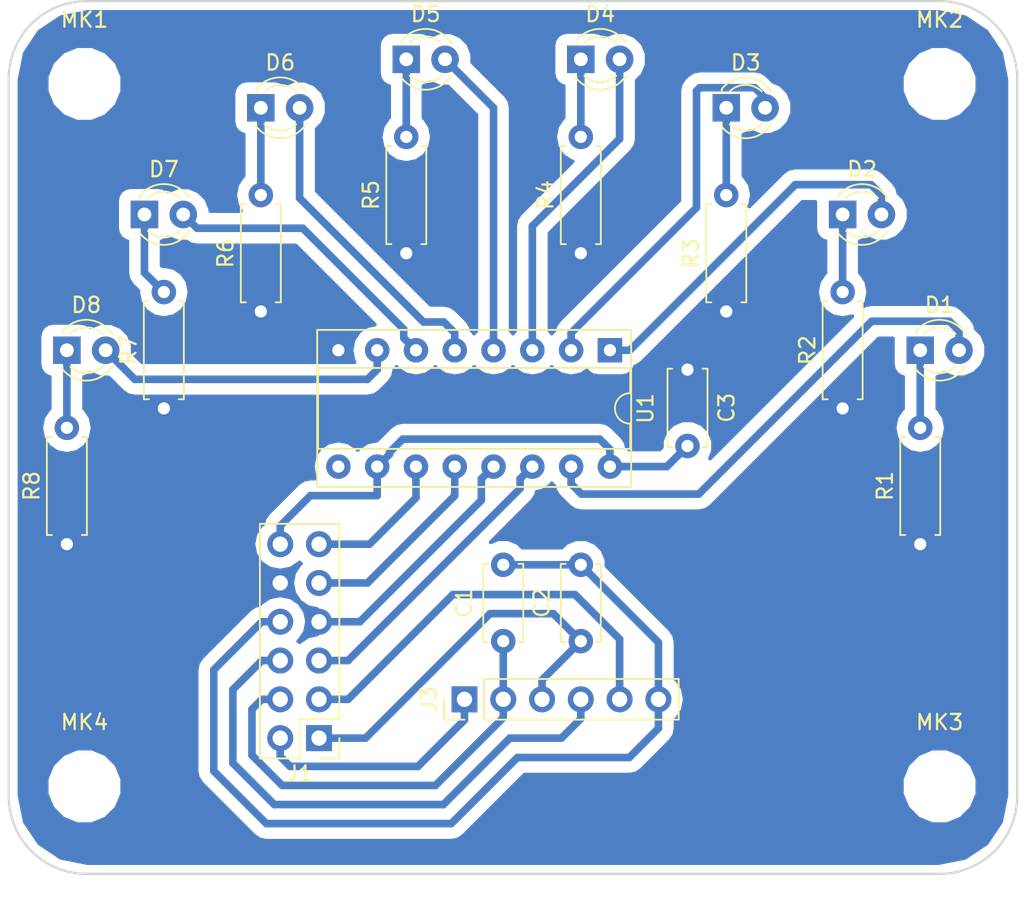
<source format=kicad_pcb>
(kicad_pcb (version 20171130) (host pcbnew "(2018-01-11 revision 6f2beeb)-master")

  (general
    (thickness 1.6)
    (drawings 9)
    (tracks 118)
    (zones 0)
    (modules 26)
    (nets 29)
  )

  (page A4)
  (layers
    (0 F.Cu signal)
    (31 B.Cu signal)
    (32 B.Adhes user)
    (33 F.Adhes user)
    (34 B.Paste user)
    (35 F.Paste user)
    (36 B.SilkS user)
    (37 F.SilkS user)
    (38 B.Mask user)
    (39 F.Mask user)
    (40 Dwgs.User user)
    (41 Cmts.User user)
    (42 Eco1.User user)
    (43 Eco2.User user)
    (44 Edge.Cuts user)
    (45 Margin user)
    (46 B.CrtYd user)
    (47 F.CrtYd user)
    (48 B.Fab user)
    (49 F.Fab user)
  )

  (setup
    (last_trace_width 0.5)
    (trace_clearance 0.75)
    (zone_clearance 0.508)
    (zone_45_only no)
    (trace_min 0.2)
    (segment_width 0.2)
    (edge_width 0.15)
    (via_size 0.8)
    (via_drill 0.4)
    (via_min_size 0.4)
    (via_min_drill 0.3)
    (uvia_size 0.3)
    (uvia_drill 0.1)
    (uvias_allowed no)
    (uvia_min_size 0.2)
    (uvia_min_drill 0.1)
    (pcb_text_width 0.3)
    (pcb_text_size 1.5 1.5)
    (mod_edge_width 0.15)
    (mod_text_size 1 1)
    (mod_text_width 0.15)
    (pad_size 3.2 3.2)
    (pad_drill 3.2)
    (pad_to_mask_clearance 0.2)
    (aux_axis_origin 0 0)
    (visible_elements FFFFFF7F)
    (pcbplotparams
      (layerselection 0x01000_fffffffe)
      (usegerberextensions false)
      (usegerberattributes false)
      (usegerberadvancedattributes false)
      (creategerberjobfile false)
      (excludeedgelayer true)
      (linewidth 0.100000)
      (plotframeref false)
      (viasonmask false)
      (mode 1)
      (useauxorigin false)
      (hpglpennumber 1)
      (hpglpenspeed 20)
      (hpglpendiameter 15)
      (psnegative false)
      (psa4output false)
      (plotreference false)
      (plotvalue false)
      (plotinvisibletext false)
      (padsonsilk false)
      (subtractmaskfromsilk false)
      (outputformat 1)
      (mirror false)
      (drillshape 0)
      (scaleselection 1)
      (outputdirectory plot/))
  )

  (net 0 "")
  (net 1 ENC_A)
  (net 2 GNDA)
  (net 3 ENC_B)
  (net 4 +5V)
  (net 5 GND)
  (net 6 "Net-(D1-Pad2)")
  (net 7 "Net-(D1-Pad1)")
  (net 8 "Net-(D2-Pad2)")
  (net 9 "Net-(D2-Pad1)")
  (net 10 "Net-(D3-Pad1)")
  (net 11 "Net-(D3-Pad2)")
  (net 12 "Net-(D4-Pad1)")
  (net 13 "Net-(D4-Pad2)")
  (net 14 "Net-(D5-Pad2)")
  (net 15 "Net-(D5-Pad1)")
  (net 16 "Net-(D6-Pad2)")
  (net 17 "Net-(D6-Pad1)")
  (net 18 "Net-(D7-Pad1)")
  (net 19 "Net-(D7-Pad2)")
  (net 20 "Net-(D8-Pad1)")
  (net 21 "Net-(D8-Pad2)")
  (net 22 SS)
  (net 23 CLK)
  (net 24 MOSI)
  (net 25 BTN_OUT)
  (net 26 BTN_IN)
  (net 27 +3V3)
  (net 28 "Net-(U1-Pad9)")

  (net_class Default "This is the default net class."
    (clearance 0.75)
    (trace_width 0.5)
    (via_dia 0.8)
    (via_drill 0.4)
    (uvia_dia 0.3)
    (uvia_drill 0.1)
    (add_net +3V3)
    (add_net +5V)
    (add_net BTN_IN)
    (add_net BTN_OUT)
    (add_net CLK)
    (add_net ENC_A)
    (add_net ENC_B)
    (add_net GND)
    (add_net GNDA)
    (add_net MOSI)
    (add_net "Net-(D1-Pad1)")
    (add_net "Net-(D1-Pad2)")
    (add_net "Net-(D2-Pad1)")
    (add_net "Net-(D2-Pad2)")
    (add_net "Net-(D3-Pad1)")
    (add_net "Net-(D3-Pad2)")
    (add_net "Net-(D4-Pad1)")
    (add_net "Net-(D4-Pad2)")
    (add_net "Net-(D5-Pad1)")
    (add_net "Net-(D5-Pad2)")
    (add_net "Net-(D6-Pad1)")
    (add_net "Net-(D6-Pad2)")
    (add_net "Net-(D7-Pad1)")
    (add_net "Net-(D7-Pad2)")
    (add_net "Net-(D8-Pad1)")
    (add_net "Net-(D8-Pad2)")
    (add_net "Net-(U1-Pad9)")
    (add_net SS)
  )

  (module Capacitors_THT:C_Disc_D5.0mm_W2.5mm_P5.00mm (layer F.Cu) (tedit 597BC7C2) (tstamp 5A5C9AEF)
    (at 149.225 110.49 90)
    (descr "C, Disc series, Radial, pin pitch=5.00mm, , diameter*width=5*2.5mm^2, Capacitor, http://cdn-reichelt.de/documents/datenblatt/B300/DS_KERKO_TC.pdf")
    (tags "C Disc series Radial pin pitch 5.00mm  diameter 5mm width 2.5mm Capacitor")
    (path /5A5D5F38)
    (fp_text reference C1 (at 2.5 -2.56 90) (layer F.SilkS)
      (effects (font (size 1 1) (thickness 0.15)))
    )
    (fp_text value 0.1uF (at 2.5 2.56 90) (layer F.Fab)
      (effects (font (size 1 1) (thickness 0.15)))
    )
    (fp_line (start 0 -1.25) (end 0 1.25) (layer F.Fab) (width 0.1))
    (fp_line (start 0 1.25) (end 5 1.25) (layer F.Fab) (width 0.1))
    (fp_line (start 5 1.25) (end 5 -1.25) (layer F.Fab) (width 0.1))
    (fp_line (start 5 -1.25) (end 0 -1.25) (layer F.Fab) (width 0.1))
    (fp_line (start -0.06 -1.31) (end 5.06 -1.31) (layer F.SilkS) (width 0.12))
    (fp_line (start -0.06 1.31) (end 5.06 1.31) (layer F.SilkS) (width 0.12))
    (fp_line (start -0.06 -1.31) (end -0.06 -0.996) (layer F.SilkS) (width 0.12))
    (fp_line (start -0.06 0.996) (end -0.06 1.31) (layer F.SilkS) (width 0.12))
    (fp_line (start 5.06 -1.31) (end 5.06 -0.996) (layer F.SilkS) (width 0.12))
    (fp_line (start 5.06 0.996) (end 5.06 1.31) (layer F.SilkS) (width 0.12))
    (fp_line (start -1.05 -1.6) (end -1.05 1.6) (layer F.CrtYd) (width 0.05))
    (fp_line (start -1.05 1.6) (end 6.05 1.6) (layer F.CrtYd) (width 0.05))
    (fp_line (start 6.05 1.6) (end 6.05 -1.6) (layer F.CrtYd) (width 0.05))
    (fp_line (start 6.05 -1.6) (end -1.05 -1.6) (layer F.CrtYd) (width 0.05))
    (fp_text user %R (at 2.5 0 90) (layer F.Fab)
      (effects (font (size 1 1) (thickness 0.15)))
    )
    (pad 1 thru_hole circle (at 0 0 90) (size 1.6 1.6) (drill 0.8) (layers *.Cu *.Mask)
      (net 1 ENC_A))
    (pad 2 thru_hole circle (at 5 0 90) (size 1.6 1.6) (drill 0.8) (layers *.Cu *.Mask)
      (net 2 GNDA))
    (model ${KISYS3DMOD}/Capacitors_THT.3dshapes/C_Disc_D5.0mm_W2.5mm_P5.00mm.wrl
      (at (xyz 0 0 0))
      (scale (xyz 1 1 1))
      (rotate (xyz 0 0 0))
    )
  )

  (module Capacitors_THT:C_Disc_D5.0mm_W2.5mm_P5.00mm (layer F.Cu) (tedit 597BC7C2) (tstamp 5A5CA199)
    (at 154.305 110.49 90)
    (descr "C, Disc series, Radial, pin pitch=5.00mm, , diameter*width=5*2.5mm^2, Capacitor, http://cdn-reichelt.de/documents/datenblatt/B300/DS_KERKO_TC.pdf")
    (tags "C Disc series Radial pin pitch 5.00mm  diameter 5mm width 2.5mm Capacitor")
    (path /5A5D5E7F)
    (fp_text reference C2 (at 2.5 -2.56 90) (layer F.SilkS)
      (effects (font (size 1 1) (thickness 0.15)))
    )
    (fp_text value 0.1uF (at 2.5 2.56 90) (layer F.Fab)
      (effects (font (size 1 1) (thickness 0.15)))
    )
    (fp_text user %R (at 2.5 0 90) (layer F.Fab)
      (effects (font (size 1 1) (thickness 0.15)))
    )
    (fp_line (start 6.05 -1.6) (end -1.05 -1.6) (layer F.CrtYd) (width 0.05))
    (fp_line (start 6.05 1.6) (end 6.05 -1.6) (layer F.CrtYd) (width 0.05))
    (fp_line (start -1.05 1.6) (end 6.05 1.6) (layer F.CrtYd) (width 0.05))
    (fp_line (start -1.05 -1.6) (end -1.05 1.6) (layer F.CrtYd) (width 0.05))
    (fp_line (start 5.06 0.996) (end 5.06 1.31) (layer F.SilkS) (width 0.12))
    (fp_line (start 5.06 -1.31) (end 5.06 -0.996) (layer F.SilkS) (width 0.12))
    (fp_line (start -0.06 0.996) (end -0.06 1.31) (layer F.SilkS) (width 0.12))
    (fp_line (start -0.06 -1.31) (end -0.06 -0.996) (layer F.SilkS) (width 0.12))
    (fp_line (start -0.06 1.31) (end 5.06 1.31) (layer F.SilkS) (width 0.12))
    (fp_line (start -0.06 -1.31) (end 5.06 -1.31) (layer F.SilkS) (width 0.12))
    (fp_line (start 5 -1.25) (end 0 -1.25) (layer F.Fab) (width 0.1))
    (fp_line (start 5 1.25) (end 5 -1.25) (layer F.Fab) (width 0.1))
    (fp_line (start 0 1.25) (end 5 1.25) (layer F.Fab) (width 0.1))
    (fp_line (start 0 -1.25) (end 0 1.25) (layer F.Fab) (width 0.1))
    (pad 2 thru_hole circle (at 5 0 90) (size 1.6 1.6) (drill 0.8) (layers *.Cu *.Mask)
      (net 2 GNDA))
    (pad 1 thru_hole circle (at 0 0 90) (size 1.6 1.6) (drill 0.8) (layers *.Cu *.Mask)
      (net 3 ENC_B))
    (model ${KISYS3DMOD}/Capacitors_THT.3dshapes/C_Disc_D5.0mm_W2.5mm_P5.00mm.wrl
      (at (xyz 0 0 0))
      (scale (xyz 1 1 1))
      (rotate (xyz 0 0 0))
    )
  )

  (module Capacitors_THT:C_Disc_D5.0mm_W2.5mm_P5.00mm (layer F.Cu) (tedit 597BC7C2) (tstamp 5A5CA60E)
    (at 161.29 92.71 270)
    (descr "C, Disc series, Radial, pin pitch=5.00mm, , diameter*width=5*2.5mm^2, Capacitor, http://cdn-reichelt.de/documents/datenblatt/B300/DS_KERKO_TC.pdf")
    (tags "C Disc series Radial pin pitch 5.00mm  diameter 5mm width 2.5mm Capacitor")
    (path /5A618F12)
    (fp_text reference C3 (at 2.5 -2.56 270) (layer F.SilkS)
      (effects (font (size 1 1) (thickness 0.15)))
    )
    (fp_text value 0.1uF (at 2.5 2.56 270) (layer F.Fab)
      (effects (font (size 1 1) (thickness 0.15)))
    )
    (fp_text user %R (at 2.54 0 270) (layer F.Fab)
      (effects (font (size 1 1) (thickness 0.15)))
    )
    (fp_line (start 6.05 -1.6) (end -1.05 -1.6) (layer F.CrtYd) (width 0.05))
    (fp_line (start 6.05 1.6) (end 6.05 -1.6) (layer F.CrtYd) (width 0.05))
    (fp_line (start -1.05 1.6) (end 6.05 1.6) (layer F.CrtYd) (width 0.05))
    (fp_line (start -1.05 -1.6) (end -1.05 1.6) (layer F.CrtYd) (width 0.05))
    (fp_line (start 5.06 0.996) (end 5.06 1.31) (layer F.SilkS) (width 0.12))
    (fp_line (start 5.06 -1.31) (end 5.06 -0.996) (layer F.SilkS) (width 0.12))
    (fp_line (start -0.06 0.996) (end -0.06 1.31) (layer F.SilkS) (width 0.12))
    (fp_line (start -0.06 -1.31) (end -0.06 -0.996) (layer F.SilkS) (width 0.12))
    (fp_line (start -0.06 1.31) (end 5.06 1.31) (layer F.SilkS) (width 0.12))
    (fp_line (start -0.06 -1.31) (end 5.06 -1.31) (layer F.SilkS) (width 0.12))
    (fp_line (start 5 -1.25) (end 0 -1.25) (layer F.Fab) (width 0.1))
    (fp_line (start 5 1.25) (end 5 -1.25) (layer F.Fab) (width 0.1))
    (fp_line (start 0 1.25) (end 5 1.25) (layer F.Fab) (width 0.1))
    (fp_line (start 0 -1.25) (end 0 1.25) (layer F.Fab) (width 0.1))
    (pad 2 thru_hole circle (at 5 0 270) (size 1.6 1.6) (drill 0.8) (layers *.Cu *.Mask)
      (net 4 +5V))
    (pad 1 thru_hole circle (at 0 0 270) (size 1.6 1.6) (drill 0.8) (layers *.Cu *.Mask)
      (net 5 GND))
    (model ${KISYS3DMOD}/Capacitors_THT.3dshapes/C_Disc_D5.0mm_W2.5mm_P5.00mm.wrl
      (at (xyz 0 0 0))
      (scale (xyz 1 1 1))
      (rotate (xyz 0 0 0))
    )
  )

  (module LEDs:LED_D3.0mm (layer F.Cu) (tedit 587A3A7B) (tstamp 5A5C9B2C)
    (at 176.53 91.44)
    (descr "LED, diameter 3.0mm, 2 pins")
    (tags "LED diameter 3.0mm 2 pins")
    (path /5A5BCEC7)
    (fp_text reference D1 (at 1.27 -2.96) (layer F.SilkS)
      (effects (font (size 1 1) (thickness 0.15)))
    )
    (fp_text value LED_Small (at 1.27 2.96) (layer F.Fab)
      (effects (font (size 1 1) (thickness 0.15)))
    )
    (fp_line (start 3.7 -2.25) (end -1.15 -2.25) (layer F.CrtYd) (width 0.05))
    (fp_line (start 3.7 2.25) (end 3.7 -2.25) (layer F.CrtYd) (width 0.05))
    (fp_line (start -1.15 2.25) (end 3.7 2.25) (layer F.CrtYd) (width 0.05))
    (fp_line (start -1.15 -2.25) (end -1.15 2.25) (layer F.CrtYd) (width 0.05))
    (fp_line (start -0.29 1.08) (end -0.29 1.236) (layer F.SilkS) (width 0.12))
    (fp_line (start -0.29 -1.236) (end -0.29 -1.08) (layer F.SilkS) (width 0.12))
    (fp_line (start -0.23 -1.16619) (end -0.23 1.16619) (layer F.Fab) (width 0.1))
    (fp_circle (center 1.27 0) (end 2.77 0) (layer F.Fab) (width 0.1))
    (fp_arc (start 1.27 0) (end 0.229039 1.08) (angle -87.9) (layer F.SilkS) (width 0.12))
    (fp_arc (start 1.27 0) (end 0.229039 -1.08) (angle 87.9) (layer F.SilkS) (width 0.12))
    (fp_arc (start 1.27 0) (end -0.29 1.235516) (angle -108.8) (layer F.SilkS) (width 0.12))
    (fp_arc (start 1.27 0) (end -0.29 -1.235516) (angle 108.8) (layer F.SilkS) (width 0.12))
    (fp_arc (start 1.27 0) (end -0.23 -1.16619) (angle 284.3) (layer F.Fab) (width 0.1))
    (pad 2 thru_hole circle (at 2.54 0) (size 1.8 1.8) (drill 0.9) (layers *.Cu *.Mask)
      (net 6 "Net-(D1-Pad2)"))
    (pad 1 thru_hole rect (at 0 0) (size 1.8 1.8) (drill 0.9) (layers *.Cu *.Mask)
      (net 7 "Net-(D1-Pad1)"))
    (model ${KISYS3DMOD}/LEDs.3dshapes/LED_D3.0mm.wrl
      (at (xyz 0 0 0))
      (scale (xyz 0.393701 0.393701 0.393701))
      (rotate (xyz 0 0 0))
    )
  )

  (module LEDs:LED_D3.0mm (layer F.Cu) (tedit 587A3A7B) (tstamp 5A5CB0A1)
    (at 171.45 82.55)
    (descr "LED, diameter 3.0mm, 2 pins")
    (tags "LED diameter 3.0mm 2 pins")
    (path /5A5BD190)
    (fp_text reference D2 (at 1.27 -2.96) (layer F.SilkS)
      (effects (font (size 1 1) (thickness 0.15)))
    )
    (fp_text value LED_Small (at 1.27 2.96) (layer F.Fab)
      (effects (font (size 1 1) (thickness 0.15)))
    )
    (fp_line (start 3.7 -2.25) (end -1.15 -2.25) (layer F.CrtYd) (width 0.05))
    (fp_line (start 3.7 2.25) (end 3.7 -2.25) (layer F.CrtYd) (width 0.05))
    (fp_line (start -1.15 2.25) (end 3.7 2.25) (layer F.CrtYd) (width 0.05))
    (fp_line (start -1.15 -2.25) (end -1.15 2.25) (layer F.CrtYd) (width 0.05))
    (fp_line (start -0.29 1.08) (end -0.29 1.236) (layer F.SilkS) (width 0.12))
    (fp_line (start -0.29 -1.236) (end -0.29 -1.08) (layer F.SilkS) (width 0.12))
    (fp_line (start -0.23 -1.16619) (end -0.23 1.16619) (layer F.Fab) (width 0.1))
    (fp_circle (center 1.27 0) (end 2.77 0) (layer F.Fab) (width 0.1))
    (fp_arc (start 1.27 0) (end 0.229039 1.08) (angle -87.9) (layer F.SilkS) (width 0.12))
    (fp_arc (start 1.27 0) (end 0.229039 -1.08) (angle 87.9) (layer F.SilkS) (width 0.12))
    (fp_arc (start 1.27 0) (end -0.29 1.235516) (angle -108.8) (layer F.SilkS) (width 0.12))
    (fp_arc (start 1.27 0) (end -0.29 -1.235516) (angle 108.8) (layer F.SilkS) (width 0.12))
    (fp_arc (start 1.27 0) (end -0.23 -1.16619) (angle 284.3) (layer F.Fab) (width 0.1))
    (pad 2 thru_hole circle (at 2.54 0) (size 1.8 1.8) (drill 0.9) (layers *.Cu *.Mask)
      (net 8 "Net-(D2-Pad2)"))
    (pad 1 thru_hole rect (at 0 0) (size 1.8 1.8) (drill 0.9) (layers *.Cu *.Mask)
      (net 9 "Net-(D2-Pad1)"))
    (model ${KISYS3DMOD}/LEDs.3dshapes/LED_D3.0mm.wrl
      (at (xyz 0 0 0))
      (scale (xyz 0.393701 0.393701 0.393701))
      (rotate (xyz 0 0 0))
    )
  )

  (module LEDs:LED_D3.0mm (layer F.Cu) (tedit 587A3A7B) (tstamp 5A5C9B52)
    (at 163.83 75.565)
    (descr "LED, diameter 3.0mm, 2 pins")
    (tags "LED diameter 3.0mm 2 pins")
    (path /5A5BD146)
    (fp_text reference D3 (at 1.27 -2.96) (layer F.SilkS)
      (effects (font (size 1 1) (thickness 0.15)))
    )
    (fp_text value LED_Small (at 1.27 2.96) (layer F.Fab)
      (effects (font (size 1 1) (thickness 0.15)))
    )
    (fp_arc (start 1.27 0) (end -0.23 -1.16619) (angle 284.3) (layer F.Fab) (width 0.1))
    (fp_arc (start 1.27 0) (end -0.29 -1.235516) (angle 108.8) (layer F.SilkS) (width 0.12))
    (fp_arc (start 1.27 0) (end -0.29 1.235516) (angle -108.8) (layer F.SilkS) (width 0.12))
    (fp_arc (start 1.27 0) (end 0.229039 -1.08) (angle 87.9) (layer F.SilkS) (width 0.12))
    (fp_arc (start 1.27 0) (end 0.229039 1.08) (angle -87.9) (layer F.SilkS) (width 0.12))
    (fp_circle (center 1.27 0) (end 2.77 0) (layer F.Fab) (width 0.1))
    (fp_line (start -0.23 -1.16619) (end -0.23 1.16619) (layer F.Fab) (width 0.1))
    (fp_line (start -0.29 -1.236) (end -0.29 -1.08) (layer F.SilkS) (width 0.12))
    (fp_line (start -0.29 1.08) (end -0.29 1.236) (layer F.SilkS) (width 0.12))
    (fp_line (start -1.15 -2.25) (end -1.15 2.25) (layer F.CrtYd) (width 0.05))
    (fp_line (start -1.15 2.25) (end 3.7 2.25) (layer F.CrtYd) (width 0.05))
    (fp_line (start 3.7 2.25) (end 3.7 -2.25) (layer F.CrtYd) (width 0.05))
    (fp_line (start 3.7 -2.25) (end -1.15 -2.25) (layer F.CrtYd) (width 0.05))
    (pad 1 thru_hole rect (at 0 0) (size 1.8 1.8) (drill 0.9) (layers *.Cu *.Mask)
      (net 10 "Net-(D3-Pad1)"))
    (pad 2 thru_hole circle (at 2.54 0) (size 1.8 1.8) (drill 0.9) (layers *.Cu *.Mask)
      (net 11 "Net-(D3-Pad2)"))
    (model ${KISYS3DMOD}/LEDs.3dshapes/LED_D3.0mm.wrl
      (at (xyz 0 0 0))
      (scale (xyz 0.393701 0.393701 0.393701))
      (rotate (xyz 0 0 0))
    )
  )

  (module LEDs:LED_D3.0mm (layer F.Cu) (tedit 587A3A7B) (tstamp 5A5CAB9D)
    (at 154.305 72.39)
    (descr "LED, diameter 3.0mm, 2 pins")
    (tags "LED diameter 3.0mm 2 pins")
    (path /5A5BD1AE)
    (fp_text reference D4 (at 1.27 -2.96) (layer F.SilkS)
      (effects (font (size 1 1) (thickness 0.15)))
    )
    (fp_text value LED_Small (at 1.27 2.96) (layer F.Fab)
      (effects (font (size 1 1) (thickness 0.15)))
    )
    (fp_arc (start 1.27 0) (end -0.23 -1.16619) (angle 284.3) (layer F.Fab) (width 0.1))
    (fp_arc (start 1.27 0) (end -0.29 -1.235516) (angle 108.8) (layer F.SilkS) (width 0.12))
    (fp_arc (start 1.27 0) (end -0.29 1.235516) (angle -108.8) (layer F.SilkS) (width 0.12))
    (fp_arc (start 1.27 0) (end 0.229039 -1.08) (angle 87.9) (layer F.SilkS) (width 0.12))
    (fp_arc (start 1.27 0) (end 0.229039 1.08) (angle -87.9) (layer F.SilkS) (width 0.12))
    (fp_circle (center 1.27 0) (end 2.77 0) (layer F.Fab) (width 0.1))
    (fp_line (start -0.23 -1.16619) (end -0.23 1.16619) (layer F.Fab) (width 0.1))
    (fp_line (start -0.29 -1.236) (end -0.29 -1.08) (layer F.SilkS) (width 0.12))
    (fp_line (start -0.29 1.08) (end -0.29 1.236) (layer F.SilkS) (width 0.12))
    (fp_line (start -1.15 -2.25) (end -1.15 2.25) (layer F.CrtYd) (width 0.05))
    (fp_line (start -1.15 2.25) (end 3.7 2.25) (layer F.CrtYd) (width 0.05))
    (fp_line (start 3.7 2.25) (end 3.7 -2.25) (layer F.CrtYd) (width 0.05))
    (fp_line (start 3.7 -2.25) (end -1.15 -2.25) (layer F.CrtYd) (width 0.05))
    (pad 1 thru_hole rect (at 0 0) (size 1.8 1.8) (drill 0.9) (layers *.Cu *.Mask)
      (net 12 "Net-(D4-Pad1)"))
    (pad 2 thru_hole circle (at 2.54 0) (size 1.8 1.8) (drill 0.9) (layers *.Cu *.Mask)
      (net 13 "Net-(D4-Pad2)"))
    (model ${KISYS3DMOD}/LEDs.3dshapes/LED_D3.0mm.wrl
      (at (xyz 0 0 0))
      (scale (xyz 0.393701 0.393701 0.393701))
      (rotate (xyz 0 0 0))
    )
  )

  (module LEDs:LED_D3.0mm (layer F.Cu) (tedit 587A3A7B) (tstamp 5A5C9B78)
    (at 142.875 72.39)
    (descr "LED, diameter 3.0mm, 2 pins")
    (tags "LED diameter 3.0mm 2 pins")
    (path /5A5BD15C)
    (fp_text reference D5 (at 1.27 -2.96) (layer F.SilkS)
      (effects (font (size 1 1) (thickness 0.15)))
    )
    (fp_text value LED_Small (at 1.27 2.96) (layer F.Fab)
      (effects (font (size 1 1) (thickness 0.15)))
    )
    (fp_line (start 3.7 -2.25) (end -1.15 -2.25) (layer F.CrtYd) (width 0.05))
    (fp_line (start 3.7 2.25) (end 3.7 -2.25) (layer F.CrtYd) (width 0.05))
    (fp_line (start -1.15 2.25) (end 3.7 2.25) (layer F.CrtYd) (width 0.05))
    (fp_line (start -1.15 -2.25) (end -1.15 2.25) (layer F.CrtYd) (width 0.05))
    (fp_line (start -0.29 1.08) (end -0.29 1.236) (layer F.SilkS) (width 0.12))
    (fp_line (start -0.29 -1.236) (end -0.29 -1.08) (layer F.SilkS) (width 0.12))
    (fp_line (start -0.23 -1.16619) (end -0.23 1.16619) (layer F.Fab) (width 0.1))
    (fp_circle (center 1.27 0) (end 2.77 0) (layer F.Fab) (width 0.1))
    (fp_arc (start 1.27 0) (end 0.229039 1.08) (angle -87.9) (layer F.SilkS) (width 0.12))
    (fp_arc (start 1.27 0) (end 0.229039 -1.08) (angle 87.9) (layer F.SilkS) (width 0.12))
    (fp_arc (start 1.27 0) (end -0.29 1.235516) (angle -108.8) (layer F.SilkS) (width 0.12))
    (fp_arc (start 1.27 0) (end -0.29 -1.235516) (angle 108.8) (layer F.SilkS) (width 0.12))
    (fp_arc (start 1.27 0) (end -0.23 -1.16619) (angle 284.3) (layer F.Fab) (width 0.1))
    (pad 2 thru_hole circle (at 2.54 0) (size 1.8 1.8) (drill 0.9) (layers *.Cu *.Mask)
      (net 14 "Net-(D5-Pad2)"))
    (pad 1 thru_hole rect (at 0 0) (size 1.8 1.8) (drill 0.9) (layers *.Cu *.Mask)
      (net 15 "Net-(D5-Pad1)"))
    (model ${KISYS3DMOD}/LEDs.3dshapes/LED_D3.0mm.wrl
      (at (xyz 0 0 0))
      (scale (xyz 0.393701 0.393701 0.393701))
      (rotate (xyz 0 0 0))
    )
  )

  (module LEDs:LED_D3.0mm (layer F.Cu) (tedit 587A3A7B) (tstamp 5A5CB505)
    (at 133.35 75.565)
    (descr "LED, diameter 3.0mm, 2 pins")
    (tags "LED diameter 3.0mm 2 pins")
    (path /5A5BD1CC)
    (fp_text reference D6 (at 1.27 -2.96) (layer F.SilkS)
      (effects (font (size 1 1) (thickness 0.15)))
    )
    (fp_text value LED_Small (at 1.27 2.96) (layer F.Fab)
      (effects (font (size 1 1) (thickness 0.15)))
    )
    (fp_line (start 3.7 -2.25) (end -1.15 -2.25) (layer F.CrtYd) (width 0.05))
    (fp_line (start 3.7 2.25) (end 3.7 -2.25) (layer F.CrtYd) (width 0.05))
    (fp_line (start -1.15 2.25) (end 3.7 2.25) (layer F.CrtYd) (width 0.05))
    (fp_line (start -1.15 -2.25) (end -1.15 2.25) (layer F.CrtYd) (width 0.05))
    (fp_line (start -0.29 1.08) (end -0.29 1.236) (layer F.SilkS) (width 0.12))
    (fp_line (start -0.29 -1.236) (end -0.29 -1.08) (layer F.SilkS) (width 0.12))
    (fp_line (start -0.23 -1.16619) (end -0.23 1.16619) (layer F.Fab) (width 0.1))
    (fp_circle (center 1.27 0) (end 2.77 0) (layer F.Fab) (width 0.1))
    (fp_arc (start 1.27 0) (end 0.229039 1.08) (angle -87.9) (layer F.SilkS) (width 0.12))
    (fp_arc (start 1.27 0) (end 0.229039 -1.08) (angle 87.9) (layer F.SilkS) (width 0.12))
    (fp_arc (start 1.27 0) (end -0.29 1.235516) (angle -108.8) (layer F.SilkS) (width 0.12))
    (fp_arc (start 1.27 0) (end -0.29 -1.235516) (angle 108.8) (layer F.SilkS) (width 0.12))
    (fp_arc (start 1.27 0) (end -0.23 -1.16619) (angle 284.3) (layer F.Fab) (width 0.1))
    (pad 2 thru_hole circle (at 2.54 0) (size 1.8 1.8) (drill 0.9) (layers *.Cu *.Mask)
      (net 16 "Net-(D6-Pad2)"))
    (pad 1 thru_hole rect (at 0 0) (size 1.8 1.8) (drill 0.9) (layers *.Cu *.Mask)
      (net 17 "Net-(D6-Pad1)"))
    (model ${KISYS3DMOD}/LEDs.3dshapes/LED_D3.0mm.wrl
      (at (xyz 0 0 0))
      (scale (xyz 0.393701 0.393701 0.393701))
      (rotate (xyz 0 0 0))
    )
  )

  (module LEDs:LED_D3.0mm (layer F.Cu) (tedit 587A3A7B) (tstamp 5A5C9B9E)
    (at 125.73 82.55)
    (descr "LED, diameter 3.0mm, 2 pins")
    (tags "LED diameter 3.0mm 2 pins")
    (path /5A5BD174)
    (fp_text reference D7 (at 1.27 -2.96) (layer F.SilkS)
      (effects (font (size 1 1) (thickness 0.15)))
    )
    (fp_text value LED_Small (at 1.27 2.96) (layer F.Fab)
      (effects (font (size 1 1) (thickness 0.15)))
    )
    (fp_arc (start 1.27 0) (end -0.23 -1.16619) (angle 284.3) (layer F.Fab) (width 0.1))
    (fp_arc (start 1.27 0) (end -0.29 -1.235516) (angle 108.8) (layer F.SilkS) (width 0.12))
    (fp_arc (start 1.27 0) (end -0.29 1.235516) (angle -108.8) (layer F.SilkS) (width 0.12))
    (fp_arc (start 1.27 0) (end 0.229039 -1.08) (angle 87.9) (layer F.SilkS) (width 0.12))
    (fp_arc (start 1.27 0) (end 0.229039 1.08) (angle -87.9) (layer F.SilkS) (width 0.12))
    (fp_circle (center 1.27 0) (end 2.77 0) (layer F.Fab) (width 0.1))
    (fp_line (start -0.23 -1.16619) (end -0.23 1.16619) (layer F.Fab) (width 0.1))
    (fp_line (start -0.29 -1.236) (end -0.29 -1.08) (layer F.SilkS) (width 0.12))
    (fp_line (start -0.29 1.08) (end -0.29 1.236) (layer F.SilkS) (width 0.12))
    (fp_line (start -1.15 -2.25) (end -1.15 2.25) (layer F.CrtYd) (width 0.05))
    (fp_line (start -1.15 2.25) (end 3.7 2.25) (layer F.CrtYd) (width 0.05))
    (fp_line (start 3.7 2.25) (end 3.7 -2.25) (layer F.CrtYd) (width 0.05))
    (fp_line (start 3.7 -2.25) (end -1.15 -2.25) (layer F.CrtYd) (width 0.05))
    (pad 1 thru_hole rect (at 0 0) (size 1.8 1.8) (drill 0.9) (layers *.Cu *.Mask)
      (net 18 "Net-(D7-Pad1)"))
    (pad 2 thru_hole circle (at 2.54 0) (size 1.8 1.8) (drill 0.9) (layers *.Cu *.Mask)
      (net 19 "Net-(D7-Pad2)"))
    (model ${KISYS3DMOD}/LEDs.3dshapes/LED_D3.0mm.wrl
      (at (xyz 0 0 0))
      (scale (xyz 0.393701 0.393701 0.393701))
      (rotate (xyz 0 0 0))
    )
  )

  (module LEDs:LED_D3.0mm (layer F.Cu) (tedit 587A3A7B) (tstamp 5A5CB045)
    (at 120.65 91.44)
    (descr "LED, diameter 3.0mm, 2 pins")
    (tags "LED diameter 3.0mm 2 pins")
    (path /5A5BD1EC)
    (fp_text reference D8 (at 1.27 -2.96) (layer F.SilkS)
      (effects (font (size 1 1) (thickness 0.15)))
    )
    (fp_text value LED_Small (at 1.27 2.96) (layer F.Fab)
      (effects (font (size 1 1) (thickness 0.15)))
    )
    (fp_arc (start 1.27 0) (end -0.23 -1.16619) (angle 284.3) (layer F.Fab) (width 0.1))
    (fp_arc (start 1.27 0) (end -0.29 -1.235516) (angle 108.8) (layer F.SilkS) (width 0.12))
    (fp_arc (start 1.27 0) (end -0.29 1.235516) (angle -108.8) (layer F.SilkS) (width 0.12))
    (fp_arc (start 1.27 0) (end 0.229039 -1.08) (angle 87.9) (layer F.SilkS) (width 0.12))
    (fp_arc (start 1.27 0) (end 0.229039 1.08) (angle -87.9) (layer F.SilkS) (width 0.12))
    (fp_circle (center 1.27 0) (end 2.77 0) (layer F.Fab) (width 0.1))
    (fp_line (start -0.23 -1.16619) (end -0.23 1.16619) (layer F.Fab) (width 0.1))
    (fp_line (start -0.29 -1.236) (end -0.29 -1.08) (layer F.SilkS) (width 0.12))
    (fp_line (start -0.29 1.08) (end -0.29 1.236) (layer F.SilkS) (width 0.12))
    (fp_line (start -1.15 -2.25) (end -1.15 2.25) (layer F.CrtYd) (width 0.05))
    (fp_line (start -1.15 2.25) (end 3.7 2.25) (layer F.CrtYd) (width 0.05))
    (fp_line (start 3.7 2.25) (end 3.7 -2.25) (layer F.CrtYd) (width 0.05))
    (fp_line (start 3.7 -2.25) (end -1.15 -2.25) (layer F.CrtYd) (width 0.05))
    (pad 1 thru_hole rect (at 0 0) (size 1.8 1.8) (drill 0.9) (layers *.Cu *.Mask)
      (net 20 "Net-(D8-Pad1)"))
    (pad 2 thru_hole circle (at 2.54 0) (size 1.8 1.8) (drill 0.9) (layers *.Cu *.Mask)
      (net 21 "Net-(D8-Pad2)"))
    (model ${KISYS3DMOD}/LEDs.3dshapes/LED_D3.0mm.wrl
      (at (xyz 0 0 0))
      (scale (xyz 0.393701 0.393701 0.393701))
      (rotate (xyz 0 0 0))
    )
  )

  (module Pin_Headers:Pin_Header_Straight_2x06_Pitch2.54mm (layer F.Cu) (tedit 59650532) (tstamp 5A5C9BD3)
    (at 137.16 116.84 180)
    (descr "Through hole straight pin header, 2x06, 2.54mm pitch, double rows")
    (tags "Through hole pin header THT 2x06 2.54mm double row")
    (path /5A62285B)
    (fp_text reference J1 (at 1.27 -2.33 180) (layer F.SilkS)
      (effects (font (size 1 1) (thickness 0.15)))
    )
    (fp_text value "Encoder and SPI input" (at 1.27 15.03 180) (layer F.Fab)
      (effects (font (size 1 1) (thickness 0.15)))
    )
    (fp_text user %R (at 1.27 6.35 270) (layer F.Fab)
      (effects (font (size 1 1) (thickness 0.15)))
    )
    (fp_line (start 4.35 -1.8) (end -1.8 -1.8) (layer F.CrtYd) (width 0.05))
    (fp_line (start 4.35 14.5) (end 4.35 -1.8) (layer F.CrtYd) (width 0.05))
    (fp_line (start -1.8 14.5) (end 4.35 14.5) (layer F.CrtYd) (width 0.05))
    (fp_line (start -1.8 -1.8) (end -1.8 14.5) (layer F.CrtYd) (width 0.05))
    (fp_line (start -1.33 -1.33) (end 0 -1.33) (layer F.SilkS) (width 0.12))
    (fp_line (start -1.33 0) (end -1.33 -1.33) (layer F.SilkS) (width 0.12))
    (fp_line (start 1.27 -1.33) (end 3.87 -1.33) (layer F.SilkS) (width 0.12))
    (fp_line (start 1.27 1.27) (end 1.27 -1.33) (layer F.SilkS) (width 0.12))
    (fp_line (start -1.33 1.27) (end 1.27 1.27) (layer F.SilkS) (width 0.12))
    (fp_line (start 3.87 -1.33) (end 3.87 14.03) (layer F.SilkS) (width 0.12))
    (fp_line (start -1.33 1.27) (end -1.33 14.03) (layer F.SilkS) (width 0.12))
    (fp_line (start -1.33 14.03) (end 3.87 14.03) (layer F.SilkS) (width 0.12))
    (fp_line (start -1.27 0) (end 0 -1.27) (layer F.Fab) (width 0.1))
    (fp_line (start -1.27 13.97) (end -1.27 0) (layer F.Fab) (width 0.1))
    (fp_line (start 3.81 13.97) (end -1.27 13.97) (layer F.Fab) (width 0.1))
    (fp_line (start 3.81 -1.27) (end 3.81 13.97) (layer F.Fab) (width 0.1))
    (fp_line (start 0 -1.27) (end 3.81 -1.27) (layer F.Fab) (width 0.1))
    (pad 12 thru_hole oval (at 2.54 12.7 180) (size 1.7 1.7) (drill 1) (layers *.Cu *.Mask)
      (net 4 +5V))
    (pad 11 thru_hole oval (at 0 12.7 180) (size 1.7 1.7) (drill 1) (layers *.Cu *.Mask)
      (net 23 CLK))
    (pad 10 thru_hole oval (at 2.54 10.16 180) (size 1.7 1.7) (drill 1) (layers *.Cu *.Mask)
      (net 5 GND))
    (pad 9 thru_hole oval (at 0 10.16 180) (size 1.7 1.7) (drill 1) (layers *.Cu *.Mask)
      (net 22 SS))
    (pad 8 thru_hole oval (at 2.54 7.62 180) (size 1.7 1.7) (drill 1) (layers *.Cu *.Mask)
      (net 2 GNDA))
    (pad 7 thru_hole oval (at 0 7.62 180) (size 1.7 1.7) (drill 1) (layers *.Cu *.Mask)
      (net 5 GND))
    (pad 6 thru_hole oval (at 2.54 5.08 180) (size 1.7 1.7) (drill 1) (layers *.Cu *.Mask)
      (net 26 BTN_IN))
    (pad 5 thru_hole oval (at 0 5.08 180) (size 1.7 1.7) (drill 1) (layers *.Cu *.Mask)
      (net 24 MOSI))
    (pad 4 thru_hole oval (at 2.54 2.54 180) (size 1.7 1.7) (drill 1) (layers *.Cu *.Mask)
      (net 1 ENC_A))
    (pad 3 thru_hole oval (at 0 2.54 180) (size 1.7 1.7) (drill 1) (layers *.Cu *.Mask)
      (net 25 BTN_OUT))
    (pad 2 thru_hole oval (at 2.54 0 180) (size 1.7 1.7) (drill 1) (layers *.Cu *.Mask)
      (net 27 +3V3))
    (pad 1 thru_hole rect (at 0 0 180) (size 1.7 1.7) (drill 1) (layers *.Cu *.Mask)
      (net 3 ENC_B))
    (model ${KISYS3DMOD}/Pin_Headers.3dshapes/Pin_Header_Straight_2x06_Pitch2.54mm.wrl
      (at (xyz 0 0 0))
      (scale (xyz 1 1 1))
      (rotate (xyz 0 0 0))
    )
  )

  (module Pin_Headers:Pin_Header_Straight_1x06_Pitch2.54mm (layer F.Cu) (tedit 59650532) (tstamp 5A5CBA74)
    (at 146.685 114.3 90)
    (descr "Through hole straight pin header, 1x06, 2.54mm pitch, single row")
    (tags "Through hole pin header THT 1x06 2.54mm single row")
    (path /5A5C5B9D)
    (fp_text reference J3 (at 0 -2.33 90) (layer F.SilkS)
      (effects (font (size 1 1) (thickness 0.15)))
    )
    (fp_text value "Encoder output" (at 0 15.03 90) (layer F.Fab)
      (effects (font (size 1 1) (thickness 0.15)))
    )
    (fp_text user %R (at 0 6.35 180) (layer F.Fab)
      (effects (font (size 1 1) (thickness 0.15)))
    )
    (fp_line (start 1.8 -1.8) (end -1.8 -1.8) (layer F.CrtYd) (width 0.05))
    (fp_line (start 1.8 14.5) (end 1.8 -1.8) (layer F.CrtYd) (width 0.05))
    (fp_line (start -1.8 14.5) (end 1.8 14.5) (layer F.CrtYd) (width 0.05))
    (fp_line (start -1.8 -1.8) (end -1.8 14.5) (layer F.CrtYd) (width 0.05))
    (fp_line (start -1.33 -1.33) (end 0 -1.33) (layer F.SilkS) (width 0.12))
    (fp_line (start -1.33 0) (end -1.33 -1.33) (layer F.SilkS) (width 0.12))
    (fp_line (start -1.33 1.27) (end 1.33 1.27) (layer F.SilkS) (width 0.12))
    (fp_line (start 1.33 1.27) (end 1.33 14.03) (layer F.SilkS) (width 0.12))
    (fp_line (start -1.33 1.27) (end -1.33 14.03) (layer F.SilkS) (width 0.12))
    (fp_line (start -1.33 14.03) (end 1.33 14.03) (layer F.SilkS) (width 0.12))
    (fp_line (start -1.27 -0.635) (end -0.635 -1.27) (layer F.Fab) (width 0.1))
    (fp_line (start -1.27 13.97) (end -1.27 -0.635) (layer F.Fab) (width 0.1))
    (fp_line (start 1.27 13.97) (end -1.27 13.97) (layer F.Fab) (width 0.1))
    (fp_line (start 1.27 -1.27) (end 1.27 13.97) (layer F.Fab) (width 0.1))
    (fp_line (start -0.635 -1.27) (end 1.27 -1.27) (layer F.Fab) (width 0.1))
    (pad 6 thru_hole oval (at 0 12.7 90) (size 1.7 1.7) (drill 1) (layers *.Cu *.Mask)
      (net 2 GNDA))
    (pad 5 thru_hole oval (at 0 10.16 90) (size 1.7 1.7) (drill 1) (layers *.Cu *.Mask)
      (net 25 BTN_OUT))
    (pad 4 thru_hole oval (at 0 7.62 90) (size 1.7 1.7) (drill 1) (layers *.Cu *.Mask)
      (net 26 BTN_IN))
    (pad 3 thru_hole oval (at 0 5.08 90) (size 1.7 1.7) (drill 1) (layers *.Cu *.Mask)
      (net 3 ENC_B))
    (pad 2 thru_hole oval (at 0 2.54 90) (size 1.7 1.7) (drill 1) (layers *.Cu *.Mask)
      (net 1 ENC_A))
    (pad 1 thru_hole rect (at 0 0 90) (size 1.7 1.7) (drill 1) (layers *.Cu *.Mask)
      (net 27 +3V3))
    (model ${KISYS3DMOD}/Pin_Headers.3dshapes/Pin_Header_Straight_1x06_Pitch2.54mm.wrl
      (at (xyz 0 0 0))
      (scale (xyz 1 1 1))
      (rotate (xyz 0 0 0))
    )
  )

  (module Mounting_Holes:MountingHole_3.2mm_M3 (layer F.Cu) (tedit 56D1B4CB) (tstamp 5A5C9BF5)
    (at 121.8 74)
    (descr "Mounting Hole 3.2mm, no annular, M3")
    (tags "mounting hole 3.2mm no annular m3")
    (path /5A64BCAC)
    (attr virtual)
    (fp_text reference MK1 (at 0 -4.2) (layer F.SilkS)
      (effects (font (size 1 1) (thickness 0.15)))
    )
    (fp_text value Mounting_Hole (at 0 4.2) (layer F.Fab)
      (effects (font (size 1 1) (thickness 0.15)))
    )
    (fp_circle (center 0 0) (end 3.45 0) (layer F.CrtYd) (width 0.05))
    (fp_circle (center 0 0) (end 3.2 0) (layer Cmts.User) (width 0.15))
    (fp_text user %R (at 0.3 0) (layer F.Fab)
      (effects (font (size 1 1) (thickness 0.15)))
    )
    (pad 1 np_thru_hole circle (at 0 0) (size 3.2 3.2) (drill 3.2) (layers *.Cu *.Mask))
  )

  (module Mounting_Holes:MountingHole_3.2mm_M3 (layer F.Cu) (tedit 56D1B4CB) (tstamp 5A5C9BFD)
    (at 177.8 74)
    (descr "Mounting Hole 3.2mm, no annular, M3")
    (tags "mounting hole 3.2mm no annular m3")
    (path /5A64BE08)
    (attr virtual)
    (fp_text reference MK2 (at 0 -4.2) (layer F.SilkS)
      (effects (font (size 1 1) (thickness 0.15)))
    )
    (fp_text value Mounting_Hole (at 0 4.2) (layer F.Fab)
      (effects (font (size 1 1) (thickness 0.15)))
    )
    (fp_text user %R (at 0.3 0) (layer F.Fab)
      (effects (font (size 1 1) (thickness 0.15)))
    )
    (fp_circle (center 0 0) (end 3.2 0) (layer Cmts.User) (width 0.15))
    (fp_circle (center 0 0) (end 3.45 0) (layer F.CrtYd) (width 0.05))
    (pad 1 np_thru_hole circle (at 0 0) (size 3.2 3.2) (drill 3.2) (layers *.Cu *.Mask))
  )

  (module Mounting_Holes:MountingHole_3.2mm_M3 (layer F.Cu) (tedit 56D1B4CB) (tstamp 5A5C9C05)
    (at 177.8 120)
    (descr "Mounting Hole 3.2mm, no annular, M3")
    (tags "mounting hole 3.2mm no annular m3")
    (path /5A64BE9A)
    (attr virtual)
    (fp_text reference MK3 (at 0 -4.2) (layer F.SilkS)
      (effects (font (size 1 1) (thickness 0.15)))
    )
    (fp_text value Mounting_Hole (at 0 4.2) (layer F.Fab)
      (effects (font (size 1 1) (thickness 0.15)))
    )
    (fp_circle (center 0 0) (end 3.45 0) (layer F.CrtYd) (width 0.05))
    (fp_circle (center 0 0) (end 3.2 0) (layer Cmts.User) (width 0.15))
    (fp_text user %R (at 0.3 0) (layer F.Fab)
      (effects (font (size 1 1) (thickness 0.15)))
    )
    (pad 1 np_thru_hole circle (at 0 0) (size 3.2 3.2) (drill 3.2) (layers *.Cu *.Mask))
  )

  (module Mounting_Holes:MountingHole_3.2mm_M3 (layer F.Cu) (tedit 56D1B4CB) (tstamp 5A5C9C0D)
    (at 121.8 120)
    (descr "Mounting Hole 3.2mm, no annular, M3")
    (tags "mounting hole 3.2mm no annular m3")
    (path /5A64BEFA)
    (attr virtual)
    (fp_text reference MK4 (at 0 -4.2) (layer F.SilkS)
      (effects (font (size 1 1) (thickness 0.15)))
    )
    (fp_text value Mounting_Hole (at 0 4.2) (layer F.Fab)
      (effects (font (size 1 1) (thickness 0.15)))
    )
    (fp_text user %R (at 0.3 0) (layer F.Fab)
      (effects (font (size 1 1) (thickness 0.15)))
    )
    (fp_circle (center 0 0) (end 3.2 0) (layer Cmts.User) (width 0.15))
    (fp_circle (center 0 0) (end 3.45 0) (layer F.CrtYd) (width 0.05))
    (pad 1 np_thru_hole circle (at 0 0) (size 3.2 3.2) (drill 3.2) (layers *.Cu *.Mask))
  )

  (module Resistors_THT:R_Axial_DIN0207_L6.3mm_D2.5mm_P7.62mm_Horizontal (layer F.Cu) (tedit 5874F706) (tstamp 5A5C9C23)
    (at 176.53 104.14 90)
    (descr "Resistor, Axial_DIN0207 series, Axial, Horizontal, pin pitch=7.62mm, 0.25W = 1/4W, length*diameter=6.3*2.5mm^2, http://cdn-reichelt.de/documents/datenblatt/B400/1_4W%23YAG.pdf")
    (tags "Resistor Axial_DIN0207 series Axial Horizontal pin pitch 7.62mm 0.25W = 1/4W length 6.3mm diameter 2.5mm")
    (path /5A5BD4CD)
    (fp_text reference R1 (at 3.81 -2.31 90) (layer F.SilkS)
      (effects (font (size 1 1) (thickness 0.15)))
    )
    (fp_text value 560R (at 3.81 2.31 90) (layer F.Fab)
      (effects (font (size 1 1) (thickness 0.15)))
    )
    (fp_line (start 8.7 -1.6) (end -1.05 -1.6) (layer F.CrtYd) (width 0.05))
    (fp_line (start 8.7 1.6) (end 8.7 -1.6) (layer F.CrtYd) (width 0.05))
    (fp_line (start -1.05 1.6) (end 8.7 1.6) (layer F.CrtYd) (width 0.05))
    (fp_line (start -1.05 -1.6) (end -1.05 1.6) (layer F.CrtYd) (width 0.05))
    (fp_line (start 7.02 1.31) (end 7.02 0.98) (layer F.SilkS) (width 0.12))
    (fp_line (start 0.6 1.31) (end 7.02 1.31) (layer F.SilkS) (width 0.12))
    (fp_line (start 0.6 0.98) (end 0.6 1.31) (layer F.SilkS) (width 0.12))
    (fp_line (start 7.02 -1.31) (end 7.02 -0.98) (layer F.SilkS) (width 0.12))
    (fp_line (start 0.6 -1.31) (end 7.02 -1.31) (layer F.SilkS) (width 0.12))
    (fp_line (start 0.6 -0.98) (end 0.6 -1.31) (layer F.SilkS) (width 0.12))
    (fp_line (start 7.62 0) (end 6.96 0) (layer F.Fab) (width 0.1))
    (fp_line (start 0 0) (end 0.66 0) (layer F.Fab) (width 0.1))
    (fp_line (start 6.96 -1.25) (end 0.66 -1.25) (layer F.Fab) (width 0.1))
    (fp_line (start 6.96 1.25) (end 6.96 -1.25) (layer F.Fab) (width 0.1))
    (fp_line (start 0.66 1.25) (end 6.96 1.25) (layer F.Fab) (width 0.1))
    (fp_line (start 0.66 -1.25) (end 0.66 1.25) (layer F.Fab) (width 0.1))
    (pad 2 thru_hole oval (at 7.62 0 90) (size 1.6 1.6) (drill 0.8) (layers *.Cu *.Mask)
      (net 7 "Net-(D1-Pad1)"))
    (pad 1 thru_hole circle (at 0 0 90) (size 1.6 1.6) (drill 0.8) (layers *.Cu *.Mask)
      (net 5 GND))
    (model ${KISYS3DMOD}/Resistors_THT.3dshapes/R_Axial_DIN0207_L6.3mm_D2.5mm_P7.62mm_Horizontal.wrl
      (at (xyz 0 0 0))
      (scale (xyz 0.393701 0.393701 0.393701))
      (rotate (xyz 0 0 0))
    )
  )

  (module Resistors_THT:R_Axial_DIN0207_L6.3mm_D2.5mm_P7.62mm_Horizontal (layer F.Cu) (tedit 5874F706) (tstamp 5A5C9C39)
    (at 171.45 95.25 90)
    (descr "Resistor, Axial_DIN0207 series, Axial, Horizontal, pin pitch=7.62mm, 0.25W = 1/4W, length*diameter=6.3*2.5mm^2, http://cdn-reichelt.de/documents/datenblatt/B400/1_4W%23YAG.pdf")
    (tags "Resistor Axial_DIN0207 series Axial Horizontal pin pitch 7.62mm 0.25W = 1/4W length 6.3mm diameter 2.5mm")
    (path /5A5BD79B)
    (fp_text reference R2 (at 3.81 -2.31 90) (layer F.SilkS)
      (effects (font (size 1 1) (thickness 0.15)))
    )
    (fp_text value 560R (at 3.81 2.31 90) (layer F.Fab)
      (effects (font (size 1 1) (thickness 0.15)))
    )
    (fp_line (start 0.66 -1.25) (end 0.66 1.25) (layer F.Fab) (width 0.1))
    (fp_line (start 0.66 1.25) (end 6.96 1.25) (layer F.Fab) (width 0.1))
    (fp_line (start 6.96 1.25) (end 6.96 -1.25) (layer F.Fab) (width 0.1))
    (fp_line (start 6.96 -1.25) (end 0.66 -1.25) (layer F.Fab) (width 0.1))
    (fp_line (start 0 0) (end 0.66 0) (layer F.Fab) (width 0.1))
    (fp_line (start 7.62 0) (end 6.96 0) (layer F.Fab) (width 0.1))
    (fp_line (start 0.6 -0.98) (end 0.6 -1.31) (layer F.SilkS) (width 0.12))
    (fp_line (start 0.6 -1.31) (end 7.02 -1.31) (layer F.SilkS) (width 0.12))
    (fp_line (start 7.02 -1.31) (end 7.02 -0.98) (layer F.SilkS) (width 0.12))
    (fp_line (start 0.6 0.98) (end 0.6 1.31) (layer F.SilkS) (width 0.12))
    (fp_line (start 0.6 1.31) (end 7.02 1.31) (layer F.SilkS) (width 0.12))
    (fp_line (start 7.02 1.31) (end 7.02 0.98) (layer F.SilkS) (width 0.12))
    (fp_line (start -1.05 -1.6) (end -1.05 1.6) (layer F.CrtYd) (width 0.05))
    (fp_line (start -1.05 1.6) (end 8.7 1.6) (layer F.CrtYd) (width 0.05))
    (fp_line (start 8.7 1.6) (end 8.7 -1.6) (layer F.CrtYd) (width 0.05))
    (fp_line (start 8.7 -1.6) (end -1.05 -1.6) (layer F.CrtYd) (width 0.05))
    (pad 1 thru_hole circle (at 0 0 90) (size 1.6 1.6) (drill 0.8) (layers *.Cu *.Mask)
      (net 5 GND))
    (pad 2 thru_hole oval (at 7.62 0 90) (size 1.6 1.6) (drill 0.8) (layers *.Cu *.Mask)
      (net 9 "Net-(D2-Pad1)"))
    (model ${KISYS3DMOD}/Resistors_THT.3dshapes/R_Axial_DIN0207_L6.3mm_D2.5mm_P7.62mm_Horizontal.wrl
      (at (xyz 0 0 0))
      (scale (xyz 0.393701 0.393701 0.393701))
      (rotate (xyz 0 0 0))
    )
  )

  (module Resistors_THT:R_Axial_DIN0207_L6.3mm_D2.5mm_P7.62mm_Horizontal (layer F.Cu) (tedit 5874F706) (tstamp 5A5C9C4F)
    (at 163.83 88.9 90)
    (descr "Resistor, Axial_DIN0207 series, Axial, Horizontal, pin pitch=7.62mm, 0.25W = 1/4W, length*diameter=6.3*2.5mm^2, http://cdn-reichelt.de/documents/datenblatt/B400/1_4W%23YAG.pdf")
    (tags "Resistor Axial_DIN0207 series Axial Horizontal pin pitch 7.62mm 0.25W = 1/4W length 6.3mm diameter 2.5mm")
    (path /5A5BD7C1)
    (fp_text reference R3 (at 3.81 -2.31 90) (layer F.SilkS)
      (effects (font (size 1 1) (thickness 0.15)))
    )
    (fp_text value 560R (at 3.81 2.31 90) (layer F.Fab)
      (effects (font (size 1 1) (thickness 0.15)))
    )
    (fp_line (start 8.7 -1.6) (end -1.05 -1.6) (layer F.CrtYd) (width 0.05))
    (fp_line (start 8.7 1.6) (end 8.7 -1.6) (layer F.CrtYd) (width 0.05))
    (fp_line (start -1.05 1.6) (end 8.7 1.6) (layer F.CrtYd) (width 0.05))
    (fp_line (start -1.05 -1.6) (end -1.05 1.6) (layer F.CrtYd) (width 0.05))
    (fp_line (start 7.02 1.31) (end 7.02 0.98) (layer F.SilkS) (width 0.12))
    (fp_line (start 0.6 1.31) (end 7.02 1.31) (layer F.SilkS) (width 0.12))
    (fp_line (start 0.6 0.98) (end 0.6 1.31) (layer F.SilkS) (width 0.12))
    (fp_line (start 7.02 -1.31) (end 7.02 -0.98) (layer F.SilkS) (width 0.12))
    (fp_line (start 0.6 -1.31) (end 7.02 -1.31) (layer F.SilkS) (width 0.12))
    (fp_line (start 0.6 -0.98) (end 0.6 -1.31) (layer F.SilkS) (width 0.12))
    (fp_line (start 7.62 0) (end 6.96 0) (layer F.Fab) (width 0.1))
    (fp_line (start 0 0) (end 0.66 0) (layer F.Fab) (width 0.1))
    (fp_line (start 6.96 -1.25) (end 0.66 -1.25) (layer F.Fab) (width 0.1))
    (fp_line (start 6.96 1.25) (end 6.96 -1.25) (layer F.Fab) (width 0.1))
    (fp_line (start 0.66 1.25) (end 6.96 1.25) (layer F.Fab) (width 0.1))
    (fp_line (start 0.66 -1.25) (end 0.66 1.25) (layer F.Fab) (width 0.1))
    (pad 2 thru_hole oval (at 7.62 0 90) (size 1.6 1.6) (drill 0.8) (layers *.Cu *.Mask)
      (net 10 "Net-(D3-Pad1)"))
    (pad 1 thru_hole circle (at 0 0 90) (size 1.6 1.6) (drill 0.8) (layers *.Cu *.Mask)
      (net 5 GND))
    (model ${KISYS3DMOD}/Resistors_THT.3dshapes/R_Axial_DIN0207_L6.3mm_D2.5mm_P7.62mm_Horizontal.wrl
      (at (xyz 0 0 0))
      (scale (xyz 0.393701 0.393701 0.393701))
      (rotate (xyz 0 0 0))
    )
  )

  (module Resistors_THT:R_Axial_DIN0207_L6.3mm_D2.5mm_P7.62mm_Horizontal (layer F.Cu) (tedit 5874F706) (tstamp 5A5C9C65)
    (at 154.305 85.09 90)
    (descr "Resistor, Axial_DIN0207 series, Axial, Horizontal, pin pitch=7.62mm, 0.25W = 1/4W, length*diameter=6.3*2.5mm^2, http://cdn-reichelt.de/documents/datenblatt/B400/1_4W%23YAG.pdf")
    (tags "Resistor Axial_DIN0207 series Axial Horizontal pin pitch 7.62mm 0.25W = 1/4W length 6.3mm diameter 2.5mm")
    (path /5A5BD7E7)
    (fp_text reference R4 (at 3.81 -2.31 90) (layer F.SilkS)
      (effects (font (size 1 1) (thickness 0.15)))
    )
    (fp_text value 560R (at 3.81 2.31 90) (layer F.Fab)
      (effects (font (size 1 1) (thickness 0.15)))
    )
    (fp_line (start 0.66 -1.25) (end 0.66 1.25) (layer F.Fab) (width 0.1))
    (fp_line (start 0.66 1.25) (end 6.96 1.25) (layer F.Fab) (width 0.1))
    (fp_line (start 6.96 1.25) (end 6.96 -1.25) (layer F.Fab) (width 0.1))
    (fp_line (start 6.96 -1.25) (end 0.66 -1.25) (layer F.Fab) (width 0.1))
    (fp_line (start 0 0) (end 0.66 0) (layer F.Fab) (width 0.1))
    (fp_line (start 7.62 0) (end 6.96 0) (layer F.Fab) (width 0.1))
    (fp_line (start 0.6 -0.98) (end 0.6 -1.31) (layer F.SilkS) (width 0.12))
    (fp_line (start 0.6 -1.31) (end 7.02 -1.31) (layer F.SilkS) (width 0.12))
    (fp_line (start 7.02 -1.31) (end 7.02 -0.98) (layer F.SilkS) (width 0.12))
    (fp_line (start 0.6 0.98) (end 0.6 1.31) (layer F.SilkS) (width 0.12))
    (fp_line (start 0.6 1.31) (end 7.02 1.31) (layer F.SilkS) (width 0.12))
    (fp_line (start 7.02 1.31) (end 7.02 0.98) (layer F.SilkS) (width 0.12))
    (fp_line (start -1.05 -1.6) (end -1.05 1.6) (layer F.CrtYd) (width 0.05))
    (fp_line (start -1.05 1.6) (end 8.7 1.6) (layer F.CrtYd) (width 0.05))
    (fp_line (start 8.7 1.6) (end 8.7 -1.6) (layer F.CrtYd) (width 0.05))
    (fp_line (start 8.7 -1.6) (end -1.05 -1.6) (layer F.CrtYd) (width 0.05))
    (pad 1 thru_hole circle (at 0 0 90) (size 1.6 1.6) (drill 0.8) (layers *.Cu *.Mask)
      (net 5 GND))
    (pad 2 thru_hole oval (at 7.62 0 90) (size 1.6 1.6) (drill 0.8) (layers *.Cu *.Mask)
      (net 12 "Net-(D4-Pad1)"))
    (model ${KISYS3DMOD}/Resistors_THT.3dshapes/R_Axial_DIN0207_L6.3mm_D2.5mm_P7.62mm_Horizontal.wrl
      (at (xyz 0 0 0))
      (scale (xyz 0.393701 0.393701 0.393701))
      (rotate (xyz 0 0 0))
    )
  )

  (module Resistors_THT:R_Axial_DIN0207_L6.3mm_D2.5mm_P7.62mm_Horizontal (layer F.Cu) (tedit 5874F706) (tstamp 5A5CB338)
    (at 142.875 85.09 90)
    (descr "Resistor, Axial_DIN0207 series, Axial, Horizontal, pin pitch=7.62mm, 0.25W = 1/4W, length*diameter=6.3*2.5mm^2, http://cdn-reichelt.de/documents/datenblatt/B400/1_4W%23YAG.pdf")
    (tags "Resistor Axial_DIN0207 series Axial Horizontal pin pitch 7.62mm 0.25W = 1/4W length 6.3mm diameter 2.5mm")
    (path /5A5BD80F)
    (fp_text reference R5 (at 3.81 -2.31 90) (layer F.SilkS)
      (effects (font (size 1 1) (thickness 0.15)))
    )
    (fp_text value 560R (at 3.81 2.31 90) (layer F.Fab)
      (effects (font (size 1 1) (thickness 0.15)))
    )
    (fp_line (start 8.7 -1.6) (end -1.05 -1.6) (layer F.CrtYd) (width 0.05))
    (fp_line (start 8.7 1.6) (end 8.7 -1.6) (layer F.CrtYd) (width 0.05))
    (fp_line (start -1.05 1.6) (end 8.7 1.6) (layer F.CrtYd) (width 0.05))
    (fp_line (start -1.05 -1.6) (end -1.05 1.6) (layer F.CrtYd) (width 0.05))
    (fp_line (start 7.02 1.31) (end 7.02 0.98) (layer F.SilkS) (width 0.12))
    (fp_line (start 0.6 1.31) (end 7.02 1.31) (layer F.SilkS) (width 0.12))
    (fp_line (start 0.6 0.98) (end 0.6 1.31) (layer F.SilkS) (width 0.12))
    (fp_line (start 7.02 -1.31) (end 7.02 -0.98) (layer F.SilkS) (width 0.12))
    (fp_line (start 0.6 -1.31) (end 7.02 -1.31) (layer F.SilkS) (width 0.12))
    (fp_line (start 0.6 -0.98) (end 0.6 -1.31) (layer F.SilkS) (width 0.12))
    (fp_line (start 7.62 0) (end 6.96 0) (layer F.Fab) (width 0.1))
    (fp_line (start 0 0) (end 0.66 0) (layer F.Fab) (width 0.1))
    (fp_line (start 6.96 -1.25) (end 0.66 -1.25) (layer F.Fab) (width 0.1))
    (fp_line (start 6.96 1.25) (end 6.96 -1.25) (layer F.Fab) (width 0.1))
    (fp_line (start 0.66 1.25) (end 6.96 1.25) (layer F.Fab) (width 0.1))
    (fp_line (start 0.66 -1.25) (end 0.66 1.25) (layer F.Fab) (width 0.1))
    (pad 2 thru_hole oval (at 7.62 0 90) (size 1.6 1.6) (drill 0.8) (layers *.Cu *.Mask)
      (net 15 "Net-(D5-Pad1)"))
    (pad 1 thru_hole circle (at 0 0 90) (size 1.6 1.6) (drill 0.8) (layers *.Cu *.Mask)
      (net 5 GND))
    (model ${KISYS3DMOD}/Resistors_THT.3dshapes/R_Axial_DIN0207_L6.3mm_D2.5mm_P7.62mm_Horizontal.wrl
      (at (xyz 0 0 0))
      (scale (xyz 0.393701 0.393701 0.393701))
      (rotate (xyz 0 0 0))
    )
  )

  (module Resistors_THT:R_Axial_DIN0207_L6.3mm_D2.5mm_P7.62mm_Horizontal (layer F.Cu) (tedit 5874F706) (tstamp 5A5C9C91)
    (at 133.35 88.9 90)
    (descr "Resistor, Axial_DIN0207 series, Axial, Horizontal, pin pitch=7.62mm, 0.25W = 1/4W, length*diameter=6.3*2.5mm^2, http://cdn-reichelt.de/documents/datenblatt/B400/1_4W%23YAG.pdf")
    (tags "Resistor Axial_DIN0207 series Axial Horizontal pin pitch 7.62mm 0.25W = 1/4W length 6.3mm diameter 2.5mm")
    (path /5A5BD839)
    (fp_text reference R6 (at 3.81 -2.31 90) (layer F.SilkS)
      (effects (font (size 1 1) (thickness 0.15)))
    )
    (fp_text value 560R (at 3.81 2.31 90) (layer F.Fab)
      (effects (font (size 1 1) (thickness 0.15)))
    )
    (fp_line (start 0.66 -1.25) (end 0.66 1.25) (layer F.Fab) (width 0.1))
    (fp_line (start 0.66 1.25) (end 6.96 1.25) (layer F.Fab) (width 0.1))
    (fp_line (start 6.96 1.25) (end 6.96 -1.25) (layer F.Fab) (width 0.1))
    (fp_line (start 6.96 -1.25) (end 0.66 -1.25) (layer F.Fab) (width 0.1))
    (fp_line (start 0 0) (end 0.66 0) (layer F.Fab) (width 0.1))
    (fp_line (start 7.62 0) (end 6.96 0) (layer F.Fab) (width 0.1))
    (fp_line (start 0.6 -0.98) (end 0.6 -1.31) (layer F.SilkS) (width 0.12))
    (fp_line (start 0.6 -1.31) (end 7.02 -1.31) (layer F.SilkS) (width 0.12))
    (fp_line (start 7.02 -1.31) (end 7.02 -0.98) (layer F.SilkS) (width 0.12))
    (fp_line (start 0.6 0.98) (end 0.6 1.31) (layer F.SilkS) (width 0.12))
    (fp_line (start 0.6 1.31) (end 7.02 1.31) (layer F.SilkS) (width 0.12))
    (fp_line (start 7.02 1.31) (end 7.02 0.98) (layer F.SilkS) (width 0.12))
    (fp_line (start -1.05 -1.6) (end -1.05 1.6) (layer F.CrtYd) (width 0.05))
    (fp_line (start -1.05 1.6) (end 8.7 1.6) (layer F.CrtYd) (width 0.05))
    (fp_line (start 8.7 1.6) (end 8.7 -1.6) (layer F.CrtYd) (width 0.05))
    (fp_line (start 8.7 -1.6) (end -1.05 -1.6) (layer F.CrtYd) (width 0.05))
    (pad 1 thru_hole circle (at 0 0 90) (size 1.6 1.6) (drill 0.8) (layers *.Cu *.Mask)
      (net 5 GND))
    (pad 2 thru_hole oval (at 7.62 0 90) (size 1.6 1.6) (drill 0.8) (layers *.Cu *.Mask)
      (net 17 "Net-(D6-Pad1)"))
    (model ${KISYS3DMOD}/Resistors_THT.3dshapes/R_Axial_DIN0207_L6.3mm_D2.5mm_P7.62mm_Horizontal.wrl
      (at (xyz 0 0 0))
      (scale (xyz 0.393701 0.393701 0.393701))
      (rotate (xyz 0 0 0))
    )
  )

  (module Resistors_THT:R_Axial_DIN0207_L6.3mm_D2.5mm_P7.62mm_Horizontal (layer F.Cu) (tedit 5874F706) (tstamp 5A5C9CA7)
    (at 127 95.25 90)
    (descr "Resistor, Axial_DIN0207 series, Axial, Horizontal, pin pitch=7.62mm, 0.25W = 1/4W, length*diameter=6.3*2.5mm^2, http://cdn-reichelt.de/documents/datenblatt/B400/1_4W%23YAG.pdf")
    (tags "Resistor Axial_DIN0207 series Axial Horizontal pin pitch 7.62mm 0.25W = 1/4W length 6.3mm diameter 2.5mm")
    (path /5A5BD865)
    (fp_text reference R7 (at 3.81 -2.31 90) (layer F.SilkS)
      (effects (font (size 1 1) (thickness 0.15)))
    )
    (fp_text value 560R (at 3.81 2.31 90) (layer F.Fab)
      (effects (font (size 1 1) (thickness 0.15)))
    )
    (fp_line (start 8.7 -1.6) (end -1.05 -1.6) (layer F.CrtYd) (width 0.05))
    (fp_line (start 8.7 1.6) (end 8.7 -1.6) (layer F.CrtYd) (width 0.05))
    (fp_line (start -1.05 1.6) (end 8.7 1.6) (layer F.CrtYd) (width 0.05))
    (fp_line (start -1.05 -1.6) (end -1.05 1.6) (layer F.CrtYd) (width 0.05))
    (fp_line (start 7.02 1.31) (end 7.02 0.98) (layer F.SilkS) (width 0.12))
    (fp_line (start 0.6 1.31) (end 7.02 1.31) (layer F.SilkS) (width 0.12))
    (fp_line (start 0.6 0.98) (end 0.6 1.31) (layer F.SilkS) (width 0.12))
    (fp_line (start 7.02 -1.31) (end 7.02 -0.98) (layer F.SilkS) (width 0.12))
    (fp_line (start 0.6 -1.31) (end 7.02 -1.31) (layer F.SilkS) (width 0.12))
    (fp_line (start 0.6 -0.98) (end 0.6 -1.31) (layer F.SilkS) (width 0.12))
    (fp_line (start 7.62 0) (end 6.96 0) (layer F.Fab) (width 0.1))
    (fp_line (start 0 0) (end 0.66 0) (layer F.Fab) (width 0.1))
    (fp_line (start 6.96 -1.25) (end 0.66 -1.25) (layer F.Fab) (width 0.1))
    (fp_line (start 6.96 1.25) (end 6.96 -1.25) (layer F.Fab) (width 0.1))
    (fp_line (start 0.66 1.25) (end 6.96 1.25) (layer F.Fab) (width 0.1))
    (fp_line (start 0.66 -1.25) (end 0.66 1.25) (layer F.Fab) (width 0.1))
    (pad 2 thru_hole oval (at 7.62 0 90) (size 1.6 1.6) (drill 0.8) (layers *.Cu *.Mask)
      (net 18 "Net-(D7-Pad1)"))
    (pad 1 thru_hole circle (at 0 0 90) (size 1.6 1.6) (drill 0.8) (layers *.Cu *.Mask)
      (net 5 GND))
    (model ${KISYS3DMOD}/Resistors_THT.3dshapes/R_Axial_DIN0207_L6.3mm_D2.5mm_P7.62mm_Horizontal.wrl
      (at (xyz 0 0 0))
      (scale (xyz 0.393701 0.393701 0.393701))
      (rotate (xyz 0 0 0))
    )
  )

  (module Resistors_THT:R_Axial_DIN0207_L6.3mm_D2.5mm_P7.62mm_Horizontal (layer F.Cu) (tedit 5874F706) (tstamp 5A5C9CBD)
    (at 120.65 104.14 90)
    (descr "Resistor, Axial_DIN0207 series, Axial, Horizontal, pin pitch=7.62mm, 0.25W = 1/4W, length*diameter=6.3*2.5mm^2, http://cdn-reichelt.de/documents/datenblatt/B400/1_4W%23YAG.pdf")
    (tags "Resistor Axial_DIN0207 series Axial Horizontal pin pitch 7.62mm 0.25W = 1/4W length 6.3mm diameter 2.5mm")
    (path /5A5BD893)
    (fp_text reference R8 (at 3.81 -2.31 90) (layer F.SilkS)
      (effects (font (size 1 1) (thickness 0.15)))
    )
    (fp_text value 560R (at 3.81 2.31 90) (layer F.Fab)
      (effects (font (size 1 1) (thickness 0.15)))
    )
    (fp_line (start 0.66 -1.25) (end 0.66 1.25) (layer F.Fab) (width 0.1))
    (fp_line (start 0.66 1.25) (end 6.96 1.25) (layer F.Fab) (width 0.1))
    (fp_line (start 6.96 1.25) (end 6.96 -1.25) (layer F.Fab) (width 0.1))
    (fp_line (start 6.96 -1.25) (end 0.66 -1.25) (layer F.Fab) (width 0.1))
    (fp_line (start 0 0) (end 0.66 0) (layer F.Fab) (width 0.1))
    (fp_line (start 7.62 0) (end 6.96 0) (layer F.Fab) (width 0.1))
    (fp_line (start 0.6 -0.98) (end 0.6 -1.31) (layer F.SilkS) (width 0.12))
    (fp_line (start 0.6 -1.31) (end 7.02 -1.31) (layer F.SilkS) (width 0.12))
    (fp_line (start 7.02 -1.31) (end 7.02 -0.98) (layer F.SilkS) (width 0.12))
    (fp_line (start 0.6 0.98) (end 0.6 1.31) (layer F.SilkS) (width 0.12))
    (fp_line (start 0.6 1.31) (end 7.02 1.31) (layer F.SilkS) (width 0.12))
    (fp_line (start 7.02 1.31) (end 7.02 0.98) (layer F.SilkS) (width 0.12))
    (fp_line (start -1.05 -1.6) (end -1.05 1.6) (layer F.CrtYd) (width 0.05))
    (fp_line (start -1.05 1.6) (end 8.7 1.6) (layer F.CrtYd) (width 0.05))
    (fp_line (start 8.7 1.6) (end 8.7 -1.6) (layer F.CrtYd) (width 0.05))
    (fp_line (start 8.7 -1.6) (end -1.05 -1.6) (layer F.CrtYd) (width 0.05))
    (pad 1 thru_hole circle (at 0 0 90) (size 1.6 1.6) (drill 0.8) (layers *.Cu *.Mask)
      (net 5 GND))
    (pad 2 thru_hole oval (at 7.62 0 90) (size 1.6 1.6) (drill 0.8) (layers *.Cu *.Mask)
      (net 20 "Net-(D8-Pad1)"))
    (model ${KISYS3DMOD}/Resistors_THT.3dshapes/R_Axial_DIN0207_L6.3mm_D2.5mm_P7.62mm_Horizontal.wrl
      (at (xyz 0 0 0))
      (scale (xyz 0.393701 0.393701 0.393701))
      (rotate (xyz 0 0 0))
    )
  )

  (module Housings_DIP:DIP-16_W7.62mm_Socket (layer F.Cu) (tedit 59C78D6B) (tstamp 5A5C9CE9)
    (at 156.21 91.44 270)
    (descr "16-lead though-hole mounted DIP package, row spacing 7.62 mm (300 mils), Socket")
    (tags "THT DIP DIL PDIP 2.54mm 7.62mm 300mil Socket")
    (path /5A5BC98B)
    (fp_text reference U1 (at 3.81 -2.33 270) (layer F.SilkS)
      (effects (font (size 1 1) (thickness 0.15)))
    )
    (fp_text value 74HC595 (at 3.81 20.11 270) (layer F.Fab)
      (effects (font (size 1 1) (thickness 0.15)))
    )
    (fp_text user %R (at 3.81 8.89 270) (layer F.Fab)
      (effects (font (size 1 1) (thickness 0.15)))
    )
    (fp_line (start 9.15 -1.6) (end -1.55 -1.6) (layer F.CrtYd) (width 0.05))
    (fp_line (start 9.15 19.4) (end 9.15 -1.6) (layer F.CrtYd) (width 0.05))
    (fp_line (start -1.55 19.4) (end 9.15 19.4) (layer F.CrtYd) (width 0.05))
    (fp_line (start -1.55 -1.6) (end -1.55 19.4) (layer F.CrtYd) (width 0.05))
    (fp_line (start 8.95 -1.39) (end -1.33 -1.39) (layer F.SilkS) (width 0.12))
    (fp_line (start 8.95 19.17) (end 8.95 -1.39) (layer F.SilkS) (width 0.12))
    (fp_line (start -1.33 19.17) (end 8.95 19.17) (layer F.SilkS) (width 0.12))
    (fp_line (start -1.33 -1.39) (end -1.33 19.17) (layer F.SilkS) (width 0.12))
    (fp_line (start 6.46 -1.33) (end 4.81 -1.33) (layer F.SilkS) (width 0.12))
    (fp_line (start 6.46 19.11) (end 6.46 -1.33) (layer F.SilkS) (width 0.12))
    (fp_line (start 1.16 19.11) (end 6.46 19.11) (layer F.SilkS) (width 0.12))
    (fp_line (start 1.16 -1.33) (end 1.16 19.11) (layer F.SilkS) (width 0.12))
    (fp_line (start 2.81 -1.33) (end 1.16 -1.33) (layer F.SilkS) (width 0.12))
    (fp_line (start 8.89 -1.33) (end -1.27 -1.33) (layer F.Fab) (width 0.1))
    (fp_line (start 8.89 19.11) (end 8.89 -1.33) (layer F.Fab) (width 0.1))
    (fp_line (start -1.27 19.11) (end 8.89 19.11) (layer F.Fab) (width 0.1))
    (fp_line (start -1.27 -1.33) (end -1.27 19.11) (layer F.Fab) (width 0.1))
    (fp_line (start 0.635 -0.27) (end 1.635 -1.27) (layer F.Fab) (width 0.1))
    (fp_line (start 0.635 19.05) (end 0.635 -0.27) (layer F.Fab) (width 0.1))
    (fp_line (start 6.985 19.05) (end 0.635 19.05) (layer F.Fab) (width 0.1))
    (fp_line (start 6.985 -1.27) (end 6.985 19.05) (layer F.Fab) (width 0.1))
    (fp_line (start 1.635 -1.27) (end 6.985 -1.27) (layer F.Fab) (width 0.1))
    (fp_arc (start 3.81 -1.33) (end 2.81 -1.33) (angle -180) (layer F.SilkS) (width 0.12))
    (pad 16 thru_hole oval (at 7.62 0 270) (size 1.6 1.6) (drill 0.8) (layers *.Cu *.Mask)
      (net 4 +5V))
    (pad 8 thru_hole oval (at 0 17.78 270) (size 1.6 1.6) (drill 0.8) (layers *.Cu *.Mask)
      (net 5 GND))
    (pad 15 thru_hole oval (at 7.62 2.54 270) (size 1.6 1.6) (drill 0.8) (layers *.Cu *.Mask)
      (net 6 "Net-(D1-Pad2)"))
    (pad 7 thru_hole oval (at 0 15.24 270) (size 1.6 1.6) (drill 0.8) (layers *.Cu *.Mask)
      (net 21 "Net-(D8-Pad2)"))
    (pad 14 thru_hole oval (at 7.62 5.08 270) (size 1.6 1.6) (drill 0.8) (layers *.Cu *.Mask)
      (net 24 MOSI))
    (pad 6 thru_hole oval (at 0 12.7 270) (size 1.6 1.6) (drill 0.8) (layers *.Cu *.Mask)
      (net 19 "Net-(D7-Pad2)"))
    (pad 13 thru_hole oval (at 7.62 7.62 270) (size 1.6 1.6) (drill 0.8) (layers *.Cu *.Mask)
      (net 5 GND))
    (pad 5 thru_hole oval (at 0 10.16 270) (size 1.6 1.6) (drill 0.8) (layers *.Cu *.Mask)
      (net 16 "Net-(D6-Pad2)"))
    (pad 12 thru_hole oval (at 7.62 10.16 270) (size 1.6 1.6) (drill 0.8) (layers *.Cu *.Mask)
      (net 22 SS))
    (pad 4 thru_hole oval (at 0 7.62 270) (size 1.6 1.6) (drill 0.8) (layers *.Cu *.Mask)
      (net 14 "Net-(D5-Pad2)"))
    (pad 11 thru_hole oval (at 7.62 12.7 270) (size 1.6 1.6) (drill 0.8) (layers *.Cu *.Mask)
      (net 23 CLK))
    (pad 3 thru_hole oval (at 0 5.08 270) (size 1.6 1.6) (drill 0.8) (layers *.Cu *.Mask)
      (net 13 "Net-(D4-Pad2)"))
    (pad 10 thru_hole oval (at 7.62 15.24 270) (size 1.6 1.6) (drill 0.8) (layers *.Cu *.Mask)
      (net 4 +5V))
    (pad 2 thru_hole oval (at 0 2.54 270) (size 1.6 1.6) (drill 0.8) (layers *.Cu *.Mask)
      (net 11 "Net-(D3-Pad2)"))
    (pad 9 thru_hole oval (at 7.62 17.78 270) (size 1.6 1.6) (drill 0.8) (layers *.Cu *.Mask)
      (net 28 "Net-(U1-Pad9)"))
    (pad 1 thru_hole rect (at 0 0 270) (size 1.6 1.6) (drill 0.8) (layers *.Cu *.Mask)
      (net 8 "Net-(D2-Pad2)"))
    (model ${KISYS3DMOD}/Housings_DIP.3dshapes/DIP-16_W7.62mm_Socket.wrl
      (at (xyz 0 0 0))
      (scale (xyz 1 1 1))
      (rotate (xyz 0 0 0))
    )
  )

  (gr_arc (start 121.92 73.66) (end 121.92 68.58) (angle -90) (layer Edge.Cuts) (width 0.15))
  (gr_arc (start 121.92 120.65) (end 116.84 120.65) (angle -90) (layer Edge.Cuts) (width 0.15))
  (gr_arc (start 177.8 120.65) (end 177.8 125.73) (angle -90) (layer Edge.Cuts) (width 0.15))
  (gr_arc (start 177.8 73.66) (end 182.88 73.66) (angle -90) (layer Edge.Cuts) (width 0.15))
  (gr_line (start 116.84 120.65) (end 116.84 73.66) (layer Edge.Cuts) (width 0.15))
  (gr_line (start 177.8 125.73) (end 121.92 125.73) (layer Edge.Cuts) (width 0.15))
  (gr_line (start 182.88 73.66) (end 182.88 120.65) (layer Edge.Cuts) (width 0.15))
  (gr_line (start 121.92 68.58) (end 177.8 68.58) (layer Edge.Cuts) (width 0.15))
  (gr_circle (center 149.8 100) (end 149.8 128) (layer Dwgs.User) (width 0.2))

  (segment (start 149.225 114.3) (end 149.225 115.502081) (width 0.5) (layer B.Cu) (net 1) (status 10))
  (segment (start 149.225 115.502081) (end 144.78707 119.940011) (width 0.5) (layer B.Cu) (net 1))
  (segment (start 144.78707 119.940011) (end 134.750149 119.940011) (width 0.5) (layer B.Cu) (net 1))
  (segment (start 134.750149 119.940011) (end 132.769999 117.959861) (width 0.5) (layer B.Cu) (net 1))
  (segment (start 132.769999 117.959861) (end 132.769999 114.94792) (width 0.5) (layer B.Cu) (net 1))
  (segment (start 132.769999 114.94792) (end 133.417919 114.3) (width 0.5) (layer B.Cu) (net 1))
  (segment (start 133.417919 114.3) (end 134.62 114.3) (width 0.5) (layer B.Cu) (net 1) (status 20))
  (segment (start 149.225 114.3) (end 149.225 110.49) (width 0.5) (layer B.Cu) (net 1) (status 30))
  (segment (start 145.822612 122.440031) (end 133.714607 122.440031) (width 0.5) (layer B.Cu) (net 2))
  (segment (start 133.714607 122.440031) (end 130.269979 118.995403) (width 0.5) (layer B.Cu) (net 2))
  (segment (start 130.269979 118.995403) (end 130.269979 112.36794) (width 0.5) (layer B.Cu) (net 2))
  (segment (start 130.269979 112.36794) (end 133.417919 109.22) (width 0.5) (layer B.Cu) (net 2))
  (segment (start 133.417919 109.22) (end 134.62 109.22) (width 0.5) (layer B.Cu) (net 2) (status 20))
  (segment (start 157.48 118.11) (end 150.152642 118.11) (width 0.5) (layer B.Cu) (net 2))
  (segment (start 150.152642 118.11) (end 145.822612 122.440031) (width 0.5) (layer B.Cu) (net 2))
  (segment (start 159.385 116.205) (end 157.48 118.11) (width 0.5) (layer B.Cu) (net 2))
  (segment (start 159.385 114.3) (end 159.385 116.205) (width 0.5) (layer B.Cu) (net 2) (status 10))
  (segment (start 154.305 105.49) (end 159.385 110.57) (width 0.5) (layer B.Cu) (net 2) (status 10))
  (segment (start 159.385 110.57) (end 159.385 114.3) (width 0.5) (layer B.Cu) (net 2) (status 20))
  (segment (start 149.225 105.49) (end 154.305 105.49) (width 0.5) (layer B.Cu) (net 2) (status 30))
  (segment (start 137.16 116.84) (end 140.210998 116.84) (width 0.5) (layer B.Cu) (net 3) (status 10))
  (segment (start 140.210998 116.84) (end 148.360999 108.689999) (width 0.5) (layer B.Cu) (net 3))
  (segment (start 148.360999 108.689999) (end 152.504999 108.689999) (width 0.5) (layer B.Cu) (net 3))
  (segment (start 152.504999 108.689999) (end 154.305 110.49) (width 0.5) (layer B.Cu) (net 3) (status 20))
  (segment (start 154.305 110.49) (end 151.765 113.03) (width 0.5) (layer B.Cu) (net 3) (status 10))
  (segment (start 151.765 113.03) (end 151.765 114.3) (width 0.5) (layer B.Cu) (net 3) (status 20))
  (segment (start 140.97 100.965) (end 136.592919 100.965) (width 0.5) (layer B.Cu) (net 4))
  (segment (start 136.592919 100.965) (end 134.62 102.937919) (width 0.5) (layer B.Cu) (net 4))
  (segment (start 134.62 102.937919) (end 134.62 104.14) (width 0.5) (layer B.Cu) (net 4) (status 20))
  (segment (start 140.97 99.06) (end 140.97 100.965) (width 0.5) (layer B.Cu) (net 4) (status 10))
  (segment (start 156.21 99.06) (end 156.21 97.92863) (width 0.5) (layer B.Cu) (net 4) (status 10))
  (segment (start 156.21 97.92863) (end 155.541369 97.259999) (width 0.5) (layer B.Cu) (net 4))
  (segment (start 155.541369 97.259999) (end 142.645999 97.259999) (width 0.5) (layer B.Cu) (net 4))
  (segment (start 142.645999 97.259999) (end 141.769999 98.135999) (width 0.5) (layer B.Cu) (net 4))
  (segment (start 141.769999 98.135999) (end 141.769999 98.260001) (width 0.5) (layer B.Cu) (net 4))
  (segment (start 141.769999 98.260001) (end 140.97 99.06) (width 0.5) (layer B.Cu) (net 4) (status 20))
  (segment (start 156.21 99.06) (end 159.94 99.06) (width 0.5) (layer B.Cu) (net 4) (status 10))
  (segment (start 159.94 99.06) (end 161.29 97.71) (width 0.5) (layer B.Cu) (net 4) (status 20))
  (segment (start 147.790001 101.267219) (end 139.83722 109.22) (width 0.5) (layer B.Cu) (net 5))
  (segment (start 139.83722 109.22) (end 137.16 109.22) (width 0.5) (layer B.Cu) (net 5) (status 20))
  (segment (start 148.59 99.06) (end 147.790001 99.859999) (width 0.5) (layer B.Cu) (net 5) (status 10))
  (segment (start 147.790001 99.859999) (end 147.790001 101.267219) (width 0.5) (layer B.Cu) (net 5))
  (segment (start 162.029999 100.860001) (end 173.350001 89.539999) (width 0.5) (layer B.Cu) (net 6))
  (segment (start 173.350001 89.539999) (end 178.442791 89.539999) (width 0.5) (layer B.Cu) (net 6))
  (segment (start 178.442791 89.539999) (end 179.07 90.167208) (width 0.5) (layer B.Cu) (net 6))
  (segment (start 179.07 90.167208) (end 179.07 91.44) (width 0.5) (layer B.Cu) (net 6) (status 20))
  (segment (start 153.67 99.06) (end 153.67 100.19137) (width 0.5) (layer B.Cu) (net 6) (status 10))
  (segment (start 153.67 100.19137) (end 154.338631 100.860001) (width 0.5) (layer B.Cu) (net 6))
  (segment (start 154.338631 100.860001) (end 162.029999 100.860001) (width 0.5) (layer B.Cu) (net 6))
  (segment (start 176.53 91.44) (end 176.53 96.52) (width 0.5) (layer B.Cu) (net 7) (status 30))
  (segment (start 173.99 82.55) (end 173.99 81.277208) (width 0.5) (layer B.Cu) (net 8) (status 10))
  (segment (start 173.312791 80.599999) (end 168.350001 80.599999) (width 0.5) (layer B.Cu) (net 8))
  (segment (start 173.99 81.277208) (end 173.312791 80.599999) (width 0.5) (layer B.Cu) (net 8))
  (segment (start 168.350001 80.599999) (end 157.51 91.44) (width 0.5) (layer B.Cu) (net 8))
  (segment (start 157.51 91.44) (end 156.21 91.44) (width 0.5) (layer B.Cu) (net 8) (status 20))
  (segment (start 171.45 82.55) (end 171.45 87.63) (width 0.5) (layer B.Cu) (net 9) (status 30))
  (segment (start 163.83 81.28) (end 163.83 76.2) (width 0.5) (layer B.Cu) (net 10) (status 30))
  (segment (start 153.67 91.44) (end 153.67 90.30863) (width 0.5) (layer B.Cu) (net 11) (status 10))
  (segment (start 153.67 90.30863) (end 161.879999 82.098631) (width 0.5) (layer B.Cu) (net 11))
  (segment (start 162.089999 74.249999) (end 165.692791 74.249999) (width 0.5) (layer B.Cu) (net 11))
  (segment (start 161.879999 82.098631) (end 161.879999 74.459999) (width 0.5) (layer B.Cu) (net 11))
  (segment (start 161.879999 74.459999) (end 162.089999 74.249999) (width 0.5) (layer B.Cu) (net 11))
  (segment (start 166.37 74.927208) (end 166.37 76.2) (width 0.5) (layer B.Cu) (net 11) (status 30))
  (segment (start 165.692791 74.249999) (end 166.37 74.927208) (width 0.5) (layer B.Cu) (net 11) (status 20))
  (segment (start 154.305 77.47) (end 154.305 72.39) (width 0.5) (layer B.Cu) (net 12) (status 30))
  (segment (start 151.13 91.44) (end 151.13 83.309002) (width 0.5) (layer B.Cu) (net 13) (status 10))
  (segment (start 151.13 83.309002) (end 156.845 77.594002) (width 0.5) (layer B.Cu) (net 13))
  (segment (start 156.845 77.594002) (end 156.845 72.39) (width 0.5) (layer B.Cu) (net 13) (status 20))
  (segment (start 148.59 91.44) (end 148.59 75.565) (width 0.5) (layer B.Cu) (net 14) (status 10))
  (segment (start 148.59 75.565) (end 145.415 72.39) (width 0.5) (layer B.Cu) (net 14) (status 20))
  (segment (start 142.875 77.47) (end 142.875 72.39) (width 0.5) (layer B.Cu) (net 15) (status 30))
  (segment (start 146.05 91.44) (end 146.05 90.30863) (width 0.5) (layer B.Cu) (net 16) (status 10))
  (segment (start 144.001997 89.589999) (end 135.89 81.478002) (width 0.5) (layer B.Cu) (net 16))
  (segment (start 135.89 81.478002) (end 135.89 76.2) (width 0.5) (layer B.Cu) (net 16) (status 20))
  (segment (start 145.331369 89.589999) (end 144.001997 89.589999) (width 0.5) (layer B.Cu) (net 16))
  (segment (start 146.05 90.30863) (end 145.331369 89.589999) (width 0.5) (layer B.Cu) (net 16))
  (segment (start 133.35 81.28) (end 133.35 76.2) (width 0.5) (layer B.Cu) (net 17) (status 30))
  (segment (start 127 87.63) (end 125.73 86.36) (width 0.5) (layer B.Cu) (net 18) (status 10))
  (segment (start 125.73 86.36) (end 125.73 82.55) (width 0.5) (layer B.Cu) (net 18) (status 20))
  (segment (start 142.710001 90.065783) (end 136.094217 83.449999) (width 0.5) (layer B.Cu) (net 19))
  (segment (start 136.094217 83.449999) (end 129.169999 83.449999) (width 0.5) (layer B.Cu) (net 19))
  (segment (start 129.169999 83.449999) (end 128.27 82.55) (width 0.5) (layer B.Cu) (net 19) (status 20))
  (segment (start 143.51 91.44) (end 142.710001 90.640001) (width 0.5) (layer B.Cu) (net 19) (status 10))
  (segment (start 142.710001 90.640001) (end 142.710001 90.065783) (width 0.5) (layer B.Cu) (net 19))
  (segment (start 120.65 96.52) (end 120.65 91.44) (width 0.5) (layer B.Cu) (net 20) (status 30))
  (segment (start 140.97 92.71) (end 140.335 93.345) (width 0.5) (layer B.Cu) (net 21))
  (segment (start 140.335 93.345) (end 125.095 93.345) (width 0.5) (layer B.Cu) (net 21))
  (segment (start 125.095 93.345) (end 123.19 91.44) (width 0.5) (layer B.Cu) (net 21) (status 20))
  (segment (start 140.97 91.44) (end 140.97 92.71) (width 0.5) (layer B.Cu) (net 21) (status 10))
  (segment (start 146.05 100.965) (end 140.335 106.68) (width 0.5) (layer B.Cu) (net 22))
  (segment (start 140.335 106.68) (end 137.16 106.68) (width 0.5) (layer B.Cu) (net 22) (status 20))
  (segment (start 146.05 99.06) (end 146.05 100.965) (width 0.5) (layer B.Cu) (net 22) (status 10))
  (segment (start 143.51 99.06) (end 143.51 101.10222) (width 0.5) (layer B.Cu) (net 23) (status 10))
  (segment (start 143.51 101.10222) (end 140.47222 104.14) (width 0.5) (layer B.Cu) (net 23))
  (segment (start 140.47222 104.14) (end 137.16 104.14) (width 0.5) (layer B.Cu) (net 23) (status 20))
  (segment (start 139.065 111.76) (end 137.16 111.76) (width 0.5) (layer B.Cu) (net 24) (status 20))
  (segment (start 150.330001 100.494999) (end 139.065 111.76) (width 0.5) (layer B.Cu) (net 24))
  (segment (start 151.13 99.06) (end 150.330001 99.859999) (width 0.5) (layer B.Cu) (net 24) (status 10))
  (segment (start 150.330001 99.859999) (end 150.330001 100.494999) (width 0.5) (layer B.Cu) (net 24))
  (segment (start 145.925011 107.439989) (end 139.065 114.3) (width 0.5) (layer B.Cu) (net 25))
  (segment (start 139.065 114.3) (end 137.16 114.3) (width 0.5) (layer B.Cu) (net 25) (status 20))
  (segment (start 156.845 114.3) (end 156.845 110.365998) (width 0.5) (layer B.Cu) (net 25) (status 10))
  (segment (start 156.845 110.365998) (end 153.918991 107.439989) (width 0.5) (layer B.Cu) (net 25))
  (segment (start 153.918991 107.439989) (end 145.925011 107.439989) (width 0.5) (layer B.Cu) (net 25))
  (segment (start 153.035 116.84) (end 149.654861 116.84) (width 0.5) (layer B.Cu) (net 26))
  (segment (start 149.654861 116.84) (end 145.304841 121.190021) (width 0.5) (layer B.Cu) (net 26))
  (segment (start 145.304841 121.190021) (end 134.232378 121.190021) (width 0.5) (layer B.Cu) (net 26))
  (segment (start 131.519989 118.477632) (end 131.519989 113.65793) (width 0.5) (layer B.Cu) (net 26))
  (segment (start 131.519989 113.65793) (end 133.417919 111.76) (width 0.5) (layer B.Cu) (net 26))
  (segment (start 134.232378 121.190021) (end 131.519989 118.477632) (width 0.5) (layer B.Cu) (net 26))
  (segment (start 133.417919 111.76) (end 134.62 111.76) (width 0.5) (layer B.Cu) (net 26) (status 20))
  (segment (start 154.305 115.57) (end 153.035 116.84) (width 0.5) (layer B.Cu) (net 26))
  (segment (start 154.305 114.3) (end 154.305 115.57) (width 0.5) (layer B.Cu) (net 26) (status 10))
  (segment (start 146.685 114.3) (end 146.685 115.65) (width 0.5) (layer B.Cu) (net 27) (status 10))
  (segment (start 146.685 115.65) (end 143.644999 118.690001) (width 0.5) (layer B.Cu) (net 27))
  (segment (start 143.644999 118.690001) (end 135.26792 118.690001) (width 0.5) (layer B.Cu) (net 27))
  (segment (start 135.26792 118.690001) (end 134.62 118.042081) (width 0.5) (layer B.Cu) (net 27))
  (segment (start 134.62 118.042081) (end 134.62 116.84) (width 0.5) (layer B.Cu) (net 27) (status 20))

  (zone (net 5) (net_name GND) (layer B.Cu) (tstamp 0) (hatch edge 0.508)
    (connect_pads yes (clearance 0.508))
    (min_thickness 0.254)
    (fill yes (arc_segments 16) (thermal_gap 0.508) (thermal_bridge_width 0.508))
    (polygon
      (pts
        (xy 116.84 68.58) (xy 182.88 68.58) (xy 182.88 125.73) (xy 116.84 125.73)
      )
    )
    (filled_polygon
      (pts
        (xy 179.467005 69.635498) (xy 180.880221 70.579779) (xy 181.824502 71.992997) (xy 182.17 73.729931) (xy 182.17 120.580069)
        (xy 181.824502 122.317003) (xy 180.880221 123.730221) (xy 179.467005 124.674502) (xy 177.730069 125.02) (xy 121.989931 125.02)
        (xy 120.252997 124.674502) (xy 118.839779 123.730221) (xy 117.895498 122.317005) (xy 117.55 120.580069) (xy 117.55 120.490544)
        (xy 119.322571 120.490544) (xy 119.698877 121.401275) (xy 120.39506 122.098674) (xy 121.305133 122.476569) (xy 122.290544 122.477429)
        (xy 123.201275 122.101123) (xy 123.898674 121.40494) (xy 124.276569 120.494867) (xy 124.277429 119.509456) (xy 123.901123 118.598725)
        (xy 123.20494 117.901326) (xy 122.294867 117.523431) (xy 121.309456 117.522571) (xy 120.398725 117.898877) (xy 119.701326 118.59506)
        (xy 119.323431 119.505133) (xy 119.322571 120.490544) (xy 117.55 120.490544) (xy 117.55 90.54) (xy 118.855819 90.54)
        (xy 118.855819 92.34) (xy 118.923884 92.682188) (xy 119.117719 92.972281) (xy 119.407812 93.166116) (xy 119.523 93.189028)
        (xy 119.523 95.262027) (xy 119.464182 95.301328) (xy 119.100654 95.845386) (xy 118.973 96.487146) (xy 118.973 96.552854)
        (xy 119.100654 97.194614) (xy 119.464182 97.738672) (xy 120.00824 98.1022) (xy 120.65 98.229854) (xy 121.29176 98.1022)
        (xy 121.835818 97.738672) (xy 122.199346 97.194614) (xy 122.327 96.552854) (xy 122.327 96.487146) (xy 122.199346 95.845386)
        (xy 121.835818 95.301328) (xy 121.777 95.262027) (xy 121.777 93.189028) (xy 121.892188 93.166116) (xy 122.182281 92.972281)
        (xy 122.196203 92.951446) (xy 122.834982 93.21669) (xy 123.373342 93.21716) (xy 124.298091 94.141909) (xy 124.663716 94.386212)
        (xy 125.095 94.472) (xy 140.335 94.472) (xy 140.766284 94.386212) (xy 141.131909 94.141909) (xy 141.76691 93.506909)
        (xy 142.011212 93.141284) (xy 142.097 92.71) (xy 142.097 92.697973) (xy 142.155818 92.658672) (xy 142.24 92.532685)
        (xy 142.324182 92.658672) (xy 142.86824 93.0222) (xy 143.51 93.149854) (xy 144.15176 93.0222) (xy 144.695818 92.658672)
        (xy 144.78 92.532685) (xy 144.864182 92.658672) (xy 145.40824 93.0222) (xy 146.05 93.149854) (xy 146.69176 93.0222)
        (xy 147.235818 92.658672) (xy 147.32 92.532685) (xy 147.404182 92.658672) (xy 147.94824 93.0222) (xy 148.59 93.149854)
        (xy 149.23176 93.0222) (xy 149.775818 92.658672) (xy 149.86 92.532685) (xy 149.944182 92.658672) (xy 150.48824 93.0222)
        (xy 151.13 93.149854) (xy 151.77176 93.0222) (xy 152.315818 92.658672) (xy 152.4 92.532685) (xy 152.484182 92.658672)
        (xy 153.02824 93.0222) (xy 153.67 93.149854) (xy 154.31176 93.0222) (xy 154.70315 92.760681) (xy 154.777719 92.872281)
        (xy 155.067812 93.066116) (xy 155.41 93.134181) (xy 157.01 93.134181) (xy 157.352188 93.066116) (xy 157.642281 92.872281)
        (xy 157.836116 92.582188) (xy 157.852696 92.498833) (xy 157.941284 92.481212) (xy 158.306909 92.236909) (xy 168.81682 81.726999)
        (xy 169.655819 81.726999) (xy 169.655819 83.45) (xy 169.723884 83.792188) (xy 169.917719 84.082281) (xy 170.207812 84.276116)
        (xy 170.323 84.299028) (xy 170.323 86.372027) (xy 170.264182 86.411328) (xy 169.900654 86.955386) (xy 169.773 87.597146)
        (xy 169.773 87.662854) (xy 169.900654 88.304614) (xy 170.264182 88.848672) (xy 170.80824 89.2122) (xy 171.45 89.339854)
        (xy 172.08205 89.214132) (xy 162.764733 98.531449) (xy 162.966708 98.045039) (xy 162.96729 97.377888) (xy 162.71252 96.761297)
        (xy 162.241184 96.289138) (xy 161.625039 96.033292) (xy 160.957888 96.03271) (xy 160.341297 96.28748) (xy 159.869138 96.758816)
        (xy 159.613292 97.374961) (xy 159.612927 97.793255) (xy 159.473182 97.933) (xy 157.457071 97.933) (xy 157.395818 97.841328)
        (xy 157.307957 97.782621) (xy 157.251212 97.497346) (xy 157.006909 97.131721) (xy 156.338278 96.46309) (xy 155.972653 96.218787)
        (xy 155.541369 96.132999) (xy 142.645999 96.132999) (xy 142.214715 96.218787) (xy 141.84909 96.46309) (xy 140.97309 97.33909)
        (xy 140.965044 97.351132) (xy 140.32824 97.4778) (xy 139.784182 97.841328) (xy 139.7 97.967315) (xy 139.615818 97.841328)
        (xy 139.07176 97.4778) (xy 138.43 97.350146) (xy 137.78824 97.4778) (xy 137.244182 97.841328) (xy 136.880654 98.385386)
        (xy 136.753 99.027146) (xy 136.753 99.092854) (xy 136.880654 99.734614) (xy 136.949734 99.838) (xy 136.592919 99.838)
        (xy 136.161635 99.923788) (xy 135.79601 100.168091) (xy 133.823091 102.14101) (xy 133.578788 102.506635) (xy 133.517001 102.817258)
        (xy 133.364993 102.918827) (xy 132.990626 103.479106) (xy 132.859166 104.14) (xy 132.990626 104.800894) (xy 133.364993 105.361173)
        (xy 133.925272 105.73554) (xy 134.586166 105.867) (xy 134.653834 105.867) (xy 135.314728 105.73554) (xy 135.875007 105.361173)
        (xy 135.89 105.338734) (xy 135.904993 105.361173) (xy 135.978068 105.41) (xy 135.904993 105.458827) (xy 135.530626 106.019106)
        (xy 135.399166 106.68) (xy 135.530626 107.340894) (xy 135.904993 107.901173) (xy 136.465272 108.27554) (xy 137.033 108.388468)
        (xy 137.033 110.051532) (xy 136.465272 110.16446) (xy 135.904993 110.538827) (xy 135.89 110.561266) (xy 135.875007 110.538827)
        (xy 135.801932 110.49) (xy 135.875007 110.441173) (xy 136.249374 109.880894) (xy 136.380834 109.22) (xy 136.249374 108.559106)
        (xy 135.875007 107.998827) (xy 135.314728 107.62446) (xy 134.653834 107.493) (xy 134.586166 107.493) (xy 133.925272 107.62446)
        (xy 133.364993 107.998827) (xy 133.284311 108.119576) (xy 133.058189 108.164555) (xy 132.986634 108.178788) (xy 132.621009 108.423091)
        (xy 129.47307 111.571031) (xy 129.228767 111.936656) (xy 129.142979 112.36794) (xy 129.142979 118.995403) (xy 129.228767 119.426687)
        (xy 129.47307 119.792312) (xy 132.917698 123.236941) (xy 133.283323 123.481243) (xy 133.714607 123.567031) (xy 145.822612 123.567031)
        (xy 146.253896 123.481243) (xy 146.619521 123.23694) (xy 149.365917 120.490544) (xy 175.322571 120.490544) (xy 175.698877 121.401275)
        (xy 176.39506 122.098674) (xy 177.305133 122.476569) (xy 178.290544 122.477429) (xy 179.201275 122.101123) (xy 179.898674 121.40494)
        (xy 180.276569 120.494867) (xy 180.277429 119.509456) (xy 179.901123 118.598725) (xy 179.20494 117.901326) (xy 178.294867 117.523431)
        (xy 177.309456 117.522571) (xy 176.398725 117.898877) (xy 175.701326 118.59506) (xy 175.323431 119.505133) (xy 175.322571 120.490544)
        (xy 149.365917 120.490544) (xy 150.619461 119.237) (xy 157.48 119.237) (xy 157.911284 119.151212) (xy 158.276909 118.906909)
        (xy 160.181909 117.001909) (xy 160.426212 116.636284) (xy 160.512 116.205) (xy 160.512 115.617931) (xy 160.606173 115.555007)
        (xy 160.98054 114.994728) (xy 161.112 114.333834) (xy 161.112 114.266166) (xy 160.98054 113.605272) (xy 160.606173 113.044993)
        (xy 160.512 112.982069) (xy 160.512 110.57) (xy 160.426212 110.138716) (xy 160.181909 109.773091) (xy 155.981928 105.57311)
        (xy 155.98229 105.157888) (xy 155.72752 104.541297) (xy 155.256184 104.069138) (xy 154.640039 103.813292) (xy 153.972888 103.81271)
        (xy 153.356297 104.06748) (xy 153.060261 104.363) (xy 150.469534 104.363) (xy 150.176184 104.069138) (xy 149.560039 103.813292)
        (xy 148.892888 103.81271) (xy 148.404177 104.014641) (xy 151.12691 101.291908) (xy 151.371213 100.926283) (xy 151.384397 100.860001)
        (xy 151.413548 100.713453) (xy 151.77176 100.6422) (xy 152.315818 100.278672) (xy 152.4 100.152685) (xy 152.484182 100.278672)
        (xy 152.572043 100.337379) (xy 152.628788 100.622654) (xy 152.873091 100.988279) (xy 153.541722 101.65691) (xy 153.907347 101.901213)
        (xy 154.338631 101.987001) (xy 162.029999 101.987001) (xy 162.461283 101.901213) (xy 162.826908 101.65691) (xy 173.81682 90.666999)
        (xy 174.735819 90.666999) (xy 174.735819 92.34) (xy 174.803884 92.682188) (xy 174.997719 92.972281) (xy 175.287812 93.166116)
        (xy 175.403 93.189028) (xy 175.403 95.262027) (xy 175.344182 95.301328) (xy 174.980654 95.845386) (xy 174.853 96.487146)
        (xy 174.853 96.552854) (xy 174.980654 97.194614) (xy 175.344182 97.738672) (xy 175.88824 98.1022) (xy 176.53 98.229854)
        (xy 177.17176 98.1022) (xy 177.715818 97.738672) (xy 178.079346 97.194614) (xy 178.207 96.552854) (xy 178.207 96.487146)
        (xy 178.079346 95.845386) (xy 177.715818 95.301328) (xy 177.657 95.262027) (xy 177.657 93.189028) (xy 177.772188 93.166116)
        (xy 178.062281 92.972281) (xy 178.076203 92.951446) (xy 178.714982 93.21669) (xy 179.421916 93.217307) (xy 180.075274 92.947345)
        (xy 180.575588 92.447904) (xy 180.84669 91.795018) (xy 180.847307 91.088084) (xy 180.577345 90.434726) (xy 180.168807 90.025474)
        (xy 180.111212 89.735924) (xy 180.111212 89.735923) (xy 179.866909 89.370298) (xy 179.2397 88.74309) (xy 178.874075 88.498787)
        (xy 178.442791 88.412999) (xy 173.350001 88.412999) (xy 172.918717 88.498787) (xy 172.829991 88.558072) (xy 172.999346 88.304614)
        (xy 173.127 87.662854) (xy 173.127 87.597146) (xy 172.999346 86.955386) (xy 172.635818 86.411328) (xy 172.577 86.372027)
        (xy 172.577 84.299028) (xy 172.692188 84.276116) (xy 172.982281 84.082281) (xy 172.996203 84.061446) (xy 173.634982 84.32669)
        (xy 174.341916 84.327307) (xy 174.995274 84.057345) (xy 175.495588 83.557904) (xy 175.76669 82.905018) (xy 175.767307 82.198084)
        (xy 175.497345 81.544726) (xy 175.088807 81.135474) (xy 175.031212 80.845924) (xy 174.786909 80.480299) (xy 174.1097 79.80309)
        (xy 173.744075 79.558787) (xy 173.312791 79.472999) (xy 168.350001 79.472999) (xy 167.990271 79.544554) (xy 167.918716 79.558787)
        (xy 167.553091 79.80309) (xy 165.3346 82.021581) (xy 165.379346 81.954614) (xy 165.507 81.312854) (xy 165.507 81.247146)
        (xy 165.379346 80.605386) (xy 165.015818 80.061328) (xy 164.957 80.022027) (xy 164.957 77.314028) (xy 165.072188 77.291116)
        (xy 165.362281 77.097281) (xy 165.376203 77.076446) (xy 166.014982 77.34169) (xy 166.721916 77.342307) (xy 167.375274 77.072345)
        (xy 167.875588 76.572904) (xy 168.14669 75.920018) (xy 168.147307 75.213084) (xy 167.877345 74.559726) (xy 167.808284 74.490544)
        (xy 175.322571 74.490544) (xy 175.698877 75.401275) (xy 176.39506 76.098674) (xy 177.305133 76.476569) (xy 178.290544 76.477429)
        (xy 179.201275 76.101123) (xy 179.898674 75.40494) (xy 180.276569 74.494867) (xy 180.277429 73.509456) (xy 179.901123 72.598725)
        (xy 179.20494 71.901326) (xy 178.294867 71.523431) (xy 177.309456 71.522571) (xy 176.398725 71.898877) (xy 175.701326 72.59506)
        (xy 175.323431 73.505133) (xy 175.322571 74.490544) (xy 167.808284 74.490544) (xy 167.377904 74.059412) (xy 166.89586 73.85925)
        (xy 166.4897 73.45309) (xy 166.124075 73.208787) (xy 165.692791 73.122999) (xy 162.089999 73.122999) (xy 161.658715 73.208787)
        (xy 161.29309 73.45309) (xy 161.08309 73.66309) (xy 160.838787 74.028715) (xy 160.752999 74.459999) (xy 160.752999 81.631813)
        (xy 152.873091 89.511721) (xy 152.628788 89.877346) (xy 152.572043 90.162621) (xy 152.484182 90.221328) (xy 152.4 90.347315)
        (xy 152.315818 90.221328) (xy 152.257 90.182027) (xy 152.257 83.77582) (xy 157.64191 78.390911) (xy 157.886212 78.025286)
        (xy 157.972 77.594002) (xy 157.972 73.775831) (xy 158.350588 73.397904) (xy 158.62169 72.745018) (xy 158.622307 72.038084)
        (xy 158.352345 71.384726) (xy 157.852904 70.884412) (xy 157.200018 70.61331) (xy 156.493084 70.612693) (xy 155.850867 70.878052)
        (xy 155.837281 70.857719) (xy 155.547188 70.663884) (xy 155.205 70.595819) (xy 153.405 70.595819) (xy 153.062812 70.663884)
        (xy 152.772719 70.857719) (xy 152.578884 71.147812) (xy 152.510819 71.49) (xy 152.510819 73.29) (xy 152.578884 73.632188)
        (xy 152.772719 73.922281) (xy 153.062812 74.116116) (xy 153.178 74.139028) (xy 153.178 76.212027) (xy 153.119182 76.251328)
        (xy 152.755654 76.795386) (xy 152.628 77.437146) (xy 152.628 77.502854) (xy 152.755654 78.144614) (xy 153.119182 78.688672)
        (xy 153.66324 79.0522) (xy 153.771458 79.073726) (xy 150.333091 82.512093) (xy 150.088788 82.877718) (xy 150.003 83.309002)
        (xy 150.003 90.182027) (xy 149.944182 90.221328) (xy 149.86 90.347315) (xy 149.775818 90.221328) (xy 149.717 90.182027)
        (xy 149.717 75.565) (xy 149.631212 75.133716) (xy 149.386909 74.768091) (xy 147.19184 72.573022) (xy 147.192307 72.038084)
        (xy 146.922345 71.384726) (xy 146.422904 70.884412) (xy 145.770018 70.61331) (xy 145.063084 70.612693) (xy 144.420867 70.878052)
        (xy 144.407281 70.857719) (xy 144.117188 70.663884) (xy 143.775 70.595819) (xy 141.975 70.595819) (xy 141.632812 70.663884)
        (xy 141.342719 70.857719) (xy 141.148884 71.147812) (xy 141.080819 71.49) (xy 141.080819 73.29) (xy 141.148884 73.632188)
        (xy 141.342719 73.922281) (xy 141.632812 74.116116) (xy 141.748 74.139028) (xy 141.748 76.212027) (xy 141.689182 76.251328)
        (xy 141.325654 76.795386) (xy 141.198 77.437146) (xy 141.198 77.502854) (xy 141.325654 78.144614) (xy 141.689182 78.688672)
        (xy 142.23324 79.0522) (xy 142.875 79.179854) (xy 143.51676 79.0522) (xy 144.060818 78.688672) (xy 144.424346 78.144614)
        (xy 144.552 77.502854) (xy 144.552 77.437146) (xy 144.424346 76.795386) (xy 144.060818 76.251328) (xy 144.002 76.212027)
        (xy 144.002 74.139028) (xy 144.117188 74.116116) (xy 144.407281 73.922281) (xy 144.421203 73.901446) (xy 145.059982 74.16669)
        (xy 145.598342 74.16716) (xy 147.463 76.031818) (xy 147.463 90.182027) (xy 147.404182 90.221328) (xy 147.32 90.347315)
        (xy 147.235818 90.221328) (xy 147.147957 90.162621) (xy 147.091212 89.877346) (xy 147.048808 89.813884) (xy 146.84691 89.511721)
        (xy 146.128278 88.79309) (xy 145.762653 88.548787) (xy 145.331369 88.462999) (xy 144.468815 88.462999) (xy 137.017 81.011184)
        (xy 137.017 76.950831) (xy 137.395588 76.572904) (xy 137.66669 75.920018) (xy 137.667307 75.213084) (xy 137.397345 74.559726)
        (xy 136.897904 74.059412) (xy 136.245018 73.78831) (xy 135.538084 73.787693) (xy 134.895867 74.053052) (xy 134.882281 74.032719)
        (xy 134.592188 73.838884) (xy 134.25 73.770819) (xy 132.45 73.770819) (xy 132.107812 73.838884) (xy 131.817719 74.032719)
        (xy 131.623884 74.322812) (xy 131.555819 74.665) (xy 131.555819 76.465) (xy 131.623884 76.807188) (xy 131.817719 77.097281)
        (xy 132.107812 77.291116) (xy 132.223 77.314028) (xy 132.223 80.022027) (xy 132.164182 80.061328) (xy 131.800654 80.605386)
        (xy 131.673 81.247146) (xy 131.673 81.312854) (xy 131.800654 81.954614) (xy 132.046801 82.322999) (xy 130.047198 82.322999)
        (xy 130.047307 82.198084) (xy 129.777345 81.544726) (xy 129.277904 81.044412) (xy 128.625018 80.77331) (xy 127.918084 80.772693)
        (xy 127.275867 81.038052) (xy 127.262281 81.017719) (xy 126.972188 80.823884) (xy 126.63 80.755819) (xy 124.83 80.755819)
        (xy 124.487812 80.823884) (xy 124.197719 81.017719) (xy 124.003884 81.307812) (xy 123.935819 81.65) (xy 123.935819 83.45)
        (xy 124.003884 83.792188) (xy 124.197719 84.082281) (xy 124.487812 84.276116) (xy 124.603 84.299028) (xy 124.603 86.36)
        (xy 124.688788 86.791284) (xy 124.933091 87.156909) (xy 125.33135 87.555168) (xy 125.323 87.597146) (xy 125.323 87.662854)
        (xy 125.450654 88.304614) (xy 125.814182 88.848672) (xy 126.35824 89.2122) (xy 127 89.339854) (xy 127.64176 89.2122)
        (xy 128.185818 88.848672) (xy 128.549346 88.304614) (xy 128.677 87.662854) (xy 128.677 87.597146) (xy 128.549346 86.955386)
        (xy 128.185818 86.411328) (xy 127.64176 86.0478) (xy 127 85.920146) (xy 126.903216 85.939398) (xy 126.857 85.893182)
        (xy 126.857 84.299028) (xy 126.972188 84.276116) (xy 127.262281 84.082281) (xy 127.276203 84.061446) (xy 127.914982 84.32669)
        (xy 128.493247 84.327195) (xy 128.738715 84.491211) (xy 129.169999 84.576999) (xy 135.627399 84.576999) (xy 140.811978 89.761579)
        (xy 140.32824 89.8578) (xy 139.784182 90.221328) (xy 139.420654 90.765386) (xy 139.293 91.407146) (xy 139.293 91.472854)
        (xy 139.420654 92.114614) (xy 139.489734 92.218) (xy 125.561818 92.218) (xy 124.96684 91.623022) (xy 124.967307 91.088084)
        (xy 124.697345 90.434726) (xy 124.197904 89.934412) (xy 123.545018 89.66331) (xy 122.838084 89.662693) (xy 122.195867 89.928052)
        (xy 122.182281 89.907719) (xy 121.892188 89.713884) (xy 121.55 89.645819) (xy 119.75 89.645819) (xy 119.407812 89.713884)
        (xy 119.117719 89.907719) (xy 118.923884 90.197812) (xy 118.855819 90.54) (xy 117.55 90.54) (xy 117.55 74.490544)
        (xy 119.322571 74.490544) (xy 119.698877 75.401275) (xy 120.39506 76.098674) (xy 121.305133 76.476569) (xy 122.290544 76.477429)
        (xy 123.201275 76.101123) (xy 123.898674 75.40494) (xy 124.276569 74.494867) (xy 124.277429 73.509456) (xy 123.901123 72.598725)
        (xy 123.20494 71.901326) (xy 122.294867 71.523431) (xy 121.309456 71.522571) (xy 120.398725 71.898877) (xy 119.701326 72.59506)
        (xy 119.323431 73.505133) (xy 119.322571 74.490544) (xy 117.55 74.490544) (xy 117.55 73.729931) (xy 117.895498 71.992995)
        (xy 118.839779 70.579779) (xy 120.252997 69.635498) (xy 121.989931 69.29) (xy 177.730069 69.29)
      )
    )
  )
  (zone (net 0) (net_name "") (layer B.Cu) (tstamp 0) (hatch edge 0.508)
    (connect_pads (clearance 0.508))
    (min_thickness 0.254)
    (keepout (tracks allowed) (vias allowed) (copperpour not_allowed))
    (fill (arc_segments 16) (thermal_gap 0.508) (thermal_bridge_width 0.508))
    (polygon
      (pts
        (xy 137.16 106.68) (xy 147.32 99.06) (xy 149.86 99.06) (xy 149.86 101.6) (xy 137.16 114.3)
      )
    )
  )
)

</source>
